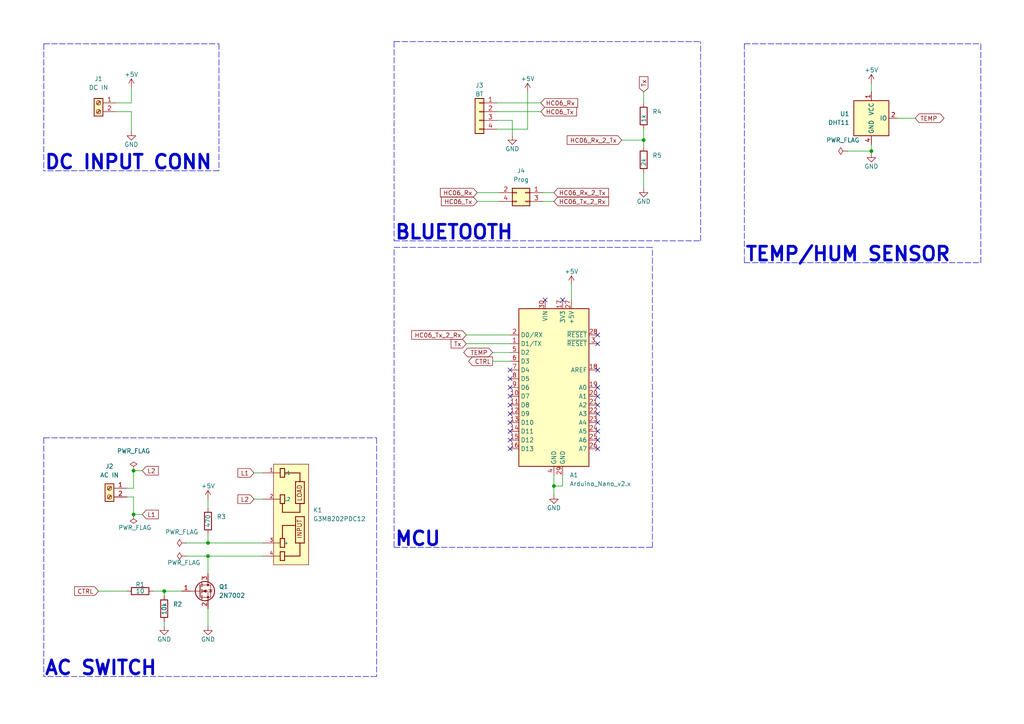
<source format=kicad_sch>
(kicad_sch (version 20211123) (generator eeschema)

  (uuid e63e39d7-6ac0-4ffd-8aa3-1841a4541b55)

  (paper "A4")

  (lib_symbols
    (symbol "Connector:Screw_Terminal_01x02" (pin_names (offset 1.016) hide) (in_bom yes) (on_board yes)
      (property "Reference" "J" (id 0) (at 0 2.54 0)
        (effects (font (size 1.27 1.27)))
      )
      (property "Value" "Screw_Terminal_01x02" (id 1) (at 0 -5.08 0)
        (effects (font (size 1.27 1.27)))
      )
      (property "Footprint" "" (id 2) (at 0 0 0)
        (effects (font (size 1.27 1.27)) hide)
      )
      (property "Datasheet" "~" (id 3) (at 0 0 0)
        (effects (font (size 1.27 1.27)) hide)
      )
      (property "ki_keywords" "screw terminal" (id 4) (at 0 0 0)
        (effects (font (size 1.27 1.27)) hide)
      )
      (property "ki_description" "Generic screw terminal, single row, 01x02, script generated (kicad-library-utils/schlib/autogen/connector/)" (id 5) (at 0 0 0)
        (effects (font (size 1.27 1.27)) hide)
      )
      (property "ki_fp_filters" "TerminalBlock*:*" (id 6) (at 0 0 0)
        (effects (font (size 1.27 1.27)) hide)
      )
      (symbol "Screw_Terminal_01x02_1_1"
        (rectangle (start -1.27 1.27) (end 1.27 -3.81)
          (stroke (width 0.254) (type default) (color 0 0 0 0))
          (fill (type background))
        )
        (circle (center 0 -2.54) (radius 0.635)
          (stroke (width 0.1524) (type default) (color 0 0 0 0))
          (fill (type none))
        )
        (polyline
          (pts
            (xy -0.5334 -2.2098)
            (xy 0.3302 -3.048)
          )
          (stroke (width 0.1524) (type default) (color 0 0 0 0))
          (fill (type none))
        )
        (polyline
          (pts
            (xy -0.5334 0.3302)
            (xy 0.3302 -0.508)
          )
          (stroke (width 0.1524) (type default) (color 0 0 0 0))
          (fill (type none))
        )
        (polyline
          (pts
            (xy -0.3556 -2.032)
            (xy 0.508 -2.8702)
          )
          (stroke (width 0.1524) (type default) (color 0 0 0 0))
          (fill (type none))
        )
        (polyline
          (pts
            (xy -0.3556 0.508)
            (xy 0.508 -0.3302)
          )
          (stroke (width 0.1524) (type default) (color 0 0 0 0))
          (fill (type none))
        )
        (circle (center 0 0) (radius 0.635)
          (stroke (width 0.1524) (type default) (color 0 0 0 0))
          (fill (type none))
        )
        (pin passive line (at -5.08 0 0) (length 3.81)
          (name "Pin_1" (effects (font (size 1.27 1.27))))
          (number "1" (effects (font (size 1.27 1.27))))
        )
        (pin passive line (at -5.08 -2.54 0) (length 3.81)
          (name "Pin_2" (effects (font (size 1.27 1.27))))
          (number "2" (effects (font (size 1.27 1.27))))
        )
      )
    )
    (symbol "Connector_Generic:Conn_01x04" (pin_names (offset 1.016) hide) (in_bom yes) (on_board yes)
      (property "Reference" "J" (id 0) (at 0 5.08 0)
        (effects (font (size 1.27 1.27)))
      )
      (property "Value" "Conn_01x04" (id 1) (at 0 -7.62 0)
        (effects (font (size 1.27 1.27)))
      )
      (property "Footprint" "" (id 2) (at 0 0 0)
        (effects (font (size 1.27 1.27)) hide)
      )
      (property "Datasheet" "~" (id 3) (at 0 0 0)
        (effects (font (size 1.27 1.27)) hide)
      )
      (property "ki_keywords" "connector" (id 4) (at 0 0 0)
        (effects (font (size 1.27 1.27)) hide)
      )
      (property "ki_description" "Generic connector, single row, 01x04, script generated (kicad-library-utils/schlib/autogen/connector/)" (id 5) (at 0 0 0)
        (effects (font (size 1.27 1.27)) hide)
      )
      (property "ki_fp_filters" "Connector*:*_1x??_*" (id 6) (at 0 0 0)
        (effects (font (size 1.27 1.27)) hide)
      )
      (symbol "Conn_01x04_1_1"
        (rectangle (start -1.27 -4.953) (end 0 -5.207)
          (stroke (width 0.1524) (type default) (color 0 0 0 0))
          (fill (type none))
        )
        (rectangle (start -1.27 -2.413) (end 0 -2.667)
          (stroke (width 0.1524) (type default) (color 0 0 0 0))
          (fill (type none))
        )
        (rectangle (start -1.27 0.127) (end 0 -0.127)
          (stroke (width 0.1524) (type default) (color 0 0 0 0))
          (fill (type none))
        )
        (rectangle (start -1.27 2.667) (end 0 2.413)
          (stroke (width 0.1524) (type default) (color 0 0 0 0))
          (fill (type none))
        )
        (rectangle (start -1.27 3.81) (end 1.27 -6.35)
          (stroke (width 0.254) (type default) (color 0 0 0 0))
          (fill (type background))
        )
        (pin passive line (at -5.08 2.54 0) (length 3.81)
          (name "Pin_1" (effects (font (size 1.27 1.27))))
          (number "1" (effects (font (size 1.27 1.27))))
        )
        (pin passive line (at -5.08 0 0) (length 3.81)
          (name "Pin_2" (effects (font (size 1.27 1.27))))
          (number "2" (effects (font (size 1.27 1.27))))
        )
        (pin passive line (at -5.08 -2.54 0) (length 3.81)
          (name "Pin_3" (effects (font (size 1.27 1.27))))
          (number "3" (effects (font (size 1.27 1.27))))
        )
        (pin passive line (at -5.08 -5.08 0) (length 3.81)
          (name "Pin_4" (effects (font (size 1.27 1.27))))
          (number "4" (effects (font (size 1.27 1.27))))
        )
      )
    )
    (symbol "Connector_Generic:Conn_02x02_Odd_Even" (pin_names (offset 1.016) hide) (in_bom yes) (on_board yes)
      (property "Reference" "J" (id 0) (at 1.27 2.54 0)
        (effects (font (size 1.27 1.27)))
      )
      (property "Value" "Conn_02x02_Odd_Even" (id 1) (at 1.27 -5.08 0)
        (effects (font (size 1.27 1.27)))
      )
      (property "Footprint" "" (id 2) (at 0 0 0)
        (effects (font (size 1.27 1.27)) hide)
      )
      (property "Datasheet" "~" (id 3) (at 0 0 0)
        (effects (font (size 1.27 1.27)) hide)
      )
      (property "ki_keywords" "connector" (id 4) (at 0 0 0)
        (effects (font (size 1.27 1.27)) hide)
      )
      (property "ki_description" "Generic connector, double row, 02x02, odd/even pin numbering scheme (row 1 odd numbers, row 2 even numbers), script generated (kicad-library-utils/schlib/autogen/connector/)" (id 5) (at 0 0 0)
        (effects (font (size 1.27 1.27)) hide)
      )
      (property "ki_fp_filters" "Connector*:*_2x??_*" (id 6) (at 0 0 0)
        (effects (font (size 1.27 1.27)) hide)
      )
      (symbol "Conn_02x02_Odd_Even_1_1"
        (rectangle (start -1.27 -2.413) (end 0 -2.667)
          (stroke (width 0.1524) (type default) (color 0 0 0 0))
          (fill (type none))
        )
        (rectangle (start -1.27 0.127) (end 0 -0.127)
          (stroke (width 0.1524) (type default) (color 0 0 0 0))
          (fill (type none))
        )
        (rectangle (start -1.27 1.27) (end 3.81 -3.81)
          (stroke (width 0.254) (type default) (color 0 0 0 0))
          (fill (type background))
        )
        (rectangle (start 3.81 -2.413) (end 2.54 -2.667)
          (stroke (width 0.1524) (type default) (color 0 0 0 0))
          (fill (type none))
        )
        (rectangle (start 3.81 0.127) (end 2.54 -0.127)
          (stroke (width 0.1524) (type default) (color 0 0 0 0))
          (fill (type none))
        )
        (pin passive line (at -5.08 0 0) (length 3.81)
          (name "Pin_1" (effects (font (size 1.27 1.27))))
          (number "1" (effects (font (size 1.27 1.27))))
        )
        (pin passive line (at 7.62 0 180) (length 3.81)
          (name "Pin_2" (effects (font (size 1.27 1.27))))
          (number "2" (effects (font (size 1.27 1.27))))
        )
        (pin passive line (at -5.08 -2.54 0) (length 3.81)
          (name "Pin_3" (effects (font (size 1.27 1.27))))
          (number "3" (effects (font (size 1.27 1.27))))
        )
        (pin passive line (at 7.62 -2.54 180) (length 3.81)
          (name "Pin_4" (effects (font (size 1.27 1.27))))
          (number "4" (effects (font (size 1.27 1.27))))
        )
      )
    )
    (symbol "Device:R" (pin_numbers hide) (pin_names (offset 0)) (in_bom yes) (on_board yes)
      (property "Reference" "R" (id 0) (at 2.032 0 90)
        (effects (font (size 1.27 1.27)))
      )
      (property "Value" "R" (id 1) (at 0 0 90)
        (effects (font (size 1.27 1.27)))
      )
      (property "Footprint" "" (id 2) (at -1.778 0 90)
        (effects (font (size 1.27 1.27)) hide)
      )
      (property "Datasheet" "~" (id 3) (at 0 0 0)
        (effects (font (size 1.27 1.27)) hide)
      )
      (property "ki_keywords" "R res resistor" (id 4) (at 0 0 0)
        (effects (font (size 1.27 1.27)) hide)
      )
      (property "ki_description" "Resistor" (id 5) (at 0 0 0)
        (effects (font (size 1.27 1.27)) hide)
      )
      (property "ki_fp_filters" "R_*" (id 6) (at 0 0 0)
        (effects (font (size 1.27 1.27)) hide)
      )
      (symbol "R_0_1"
        (rectangle (start -1.016 -2.54) (end 1.016 2.54)
          (stroke (width 0.254) (type default) (color 0 0 0 0))
          (fill (type none))
        )
      )
      (symbol "R_1_1"
        (pin passive line (at 0 3.81 270) (length 1.27)
          (name "~" (effects (font (size 1.27 1.27))))
          (number "1" (effects (font (size 1.27 1.27))))
        )
        (pin passive line (at 0 -3.81 90) (length 1.27)
          (name "~" (effects (font (size 1.27 1.27))))
          (number "2" (effects (font (size 1.27 1.27))))
        )
      )
    )
    (symbol "MCU_Module:Arduino_Nano_v2.x" (in_bom yes) (on_board yes)
      (property "Reference" "A" (id 0) (at -10.16 23.495 0)
        (effects (font (size 1.27 1.27)) (justify left bottom))
      )
      (property "Value" "Arduino_Nano_v2.x" (id 1) (at 5.08 -24.13 0)
        (effects (font (size 1.27 1.27)) (justify left top))
      )
      (property "Footprint" "Module:Arduino_Nano" (id 2) (at 0 0 0)
        (effects (font (size 1.27 1.27) italic) hide)
      )
      (property "Datasheet" "https://www.arduino.cc/en/uploads/Main/ArduinoNanoManual23.pdf" (id 3) (at 0 0 0)
        (effects (font (size 1.27 1.27)) hide)
      )
      (property "ki_keywords" "Arduino nano microcontroller module USB" (id 4) (at 0 0 0)
        (effects (font (size 1.27 1.27)) hide)
      )
      (property "ki_description" "Arduino Nano v2.x" (id 5) (at 0 0 0)
        (effects (font (size 1.27 1.27)) hide)
      )
      (property "ki_fp_filters" "Arduino*Nano*" (id 6) (at 0 0 0)
        (effects (font (size 1.27 1.27)) hide)
      )
      (symbol "Arduino_Nano_v2.x_0_1"
        (rectangle (start -10.16 22.86) (end 10.16 -22.86)
          (stroke (width 0.254) (type default) (color 0 0 0 0))
          (fill (type background))
        )
      )
      (symbol "Arduino_Nano_v2.x_1_1"
        (pin bidirectional line (at -12.7 12.7 0) (length 2.54)
          (name "D1/TX" (effects (font (size 1.27 1.27))))
          (number "1" (effects (font (size 1.27 1.27))))
        )
        (pin bidirectional line (at -12.7 -2.54 0) (length 2.54)
          (name "D7" (effects (font (size 1.27 1.27))))
          (number "10" (effects (font (size 1.27 1.27))))
        )
        (pin bidirectional line (at -12.7 -5.08 0) (length 2.54)
          (name "D8" (effects (font (size 1.27 1.27))))
          (number "11" (effects (font (size 1.27 1.27))))
        )
        (pin bidirectional line (at -12.7 -7.62 0) (length 2.54)
          (name "D9" (effects (font (size 1.27 1.27))))
          (number "12" (effects (font (size 1.27 1.27))))
        )
        (pin bidirectional line (at -12.7 -10.16 0) (length 2.54)
          (name "D10" (effects (font (size 1.27 1.27))))
          (number "13" (effects (font (size 1.27 1.27))))
        )
        (pin bidirectional line (at -12.7 -12.7 0) (length 2.54)
          (name "D11" (effects (font (size 1.27 1.27))))
          (number "14" (effects (font (size 1.27 1.27))))
        )
        (pin bidirectional line (at -12.7 -15.24 0) (length 2.54)
          (name "D12" (effects (font (size 1.27 1.27))))
          (number "15" (effects (font (size 1.27 1.27))))
        )
        (pin bidirectional line (at -12.7 -17.78 0) (length 2.54)
          (name "D13" (effects (font (size 1.27 1.27))))
          (number "16" (effects (font (size 1.27 1.27))))
        )
        (pin power_out line (at 2.54 25.4 270) (length 2.54)
          (name "3V3" (effects (font (size 1.27 1.27))))
          (number "17" (effects (font (size 1.27 1.27))))
        )
        (pin input line (at 12.7 5.08 180) (length 2.54)
          (name "AREF" (effects (font (size 1.27 1.27))))
          (number "18" (effects (font (size 1.27 1.27))))
        )
        (pin bidirectional line (at 12.7 0 180) (length 2.54)
          (name "A0" (effects (font (size 1.27 1.27))))
          (number "19" (effects (font (size 1.27 1.27))))
        )
        (pin bidirectional line (at -12.7 15.24 0) (length 2.54)
          (name "D0/RX" (effects (font (size 1.27 1.27))))
          (number "2" (effects (font (size 1.27 1.27))))
        )
        (pin bidirectional line (at 12.7 -2.54 180) (length 2.54)
          (name "A1" (effects (font (size 1.27 1.27))))
          (number "20" (effects (font (size 1.27 1.27))))
        )
        (pin bidirectional line (at 12.7 -5.08 180) (length 2.54)
          (name "A2" (effects (font (size 1.27 1.27))))
          (number "21" (effects (font (size 1.27 1.27))))
        )
        (pin bidirectional line (at 12.7 -7.62 180) (length 2.54)
          (name "A3" (effects (font (size 1.27 1.27))))
          (number "22" (effects (font (size 1.27 1.27))))
        )
        (pin bidirectional line (at 12.7 -10.16 180) (length 2.54)
          (name "A4" (effects (font (size 1.27 1.27))))
          (number "23" (effects (font (size 1.27 1.27))))
        )
        (pin bidirectional line (at 12.7 -12.7 180) (length 2.54)
          (name "A5" (effects (font (size 1.27 1.27))))
          (number "24" (effects (font (size 1.27 1.27))))
        )
        (pin bidirectional line (at 12.7 -15.24 180) (length 2.54)
          (name "A6" (effects (font (size 1.27 1.27))))
          (number "25" (effects (font (size 1.27 1.27))))
        )
        (pin bidirectional line (at 12.7 -17.78 180) (length 2.54)
          (name "A7" (effects (font (size 1.27 1.27))))
          (number "26" (effects (font (size 1.27 1.27))))
        )
        (pin power_out line (at 5.08 25.4 270) (length 2.54)
          (name "+5V" (effects (font (size 1.27 1.27))))
          (number "27" (effects (font (size 1.27 1.27))))
        )
        (pin input line (at 12.7 15.24 180) (length 2.54)
          (name "~{RESET}" (effects (font (size 1.27 1.27))))
          (number "28" (effects (font (size 1.27 1.27))))
        )
        (pin power_in line (at 2.54 -25.4 90) (length 2.54)
          (name "GND" (effects (font (size 1.27 1.27))))
          (number "29" (effects (font (size 1.27 1.27))))
        )
        (pin input line (at 12.7 12.7 180) (length 2.54)
          (name "~{RESET}" (effects (font (size 1.27 1.27))))
          (number "3" (effects (font (size 1.27 1.27))))
        )
        (pin power_in line (at -2.54 25.4 270) (length 2.54)
          (name "VIN" (effects (font (size 1.27 1.27))))
          (number "30" (effects (font (size 1.27 1.27))))
        )
        (pin power_in line (at 0 -25.4 90) (length 2.54)
          (name "GND" (effects (font (size 1.27 1.27))))
          (number "4" (effects (font (size 1.27 1.27))))
        )
        (pin bidirectional line (at -12.7 10.16 0) (length 2.54)
          (name "D2" (effects (font (size 1.27 1.27))))
          (number "5" (effects (font (size 1.27 1.27))))
        )
        (pin bidirectional line (at -12.7 7.62 0) (length 2.54)
          (name "D3" (effects (font (size 1.27 1.27))))
          (number "6" (effects (font (size 1.27 1.27))))
        )
        (pin bidirectional line (at -12.7 5.08 0) (length 2.54)
          (name "D4" (effects (font (size 1.27 1.27))))
          (number "7" (effects (font (size 1.27 1.27))))
        )
        (pin bidirectional line (at -12.7 2.54 0) (length 2.54)
          (name "D5" (effects (font (size 1.27 1.27))))
          (number "8" (effects (font (size 1.27 1.27))))
        )
        (pin bidirectional line (at -12.7 0 0) (length 2.54)
          (name "D6" (effects (font (size 1.27 1.27))))
          (number "9" (effects (font (size 1.27 1.27))))
        )
      )
    )
    (symbol "MOSFETs:2N7002" (pin_names hide) (in_bom yes) (on_board yes)
      (property "Reference" "Q" (id 0) (at 5.08 1.905 0)
        (effects (font (size 1.27 1.27)) (justify left))
      )
      (property "Value" "2N7002" (id 1) (at 5.08 0 0)
        (effects (font (size 1.27 1.27)) (justify left))
      )
      (property "Footprint" "Package_TO_SOT_SMD:SOT-23" (id 2) (at 5.08 -1.905 0)
        (effects (font (size 1.27 1.27) italic) (justify left) hide)
      )
      (property "Datasheet" "https://www.onsemi.com/pub/Collateral/NDS7002A-D.PDF" (id 3) (at 0 0 0)
        (effects (font (size 1.27 1.27)) (justify left) hide)
      )
      (property "JLCPCB Part #" "C8545" (id 4) (at 0 0 0)
        (effects (font (size 1.27 1.27)) hide)
      )
      (property "MFR.Part #" "2N7002" (id 5) (at 0 0 0)
        (effects (font (size 1.27 1.27)) hide)
      )
      (property "Assembled" "Y" (id 6) (at 0 0 0)
        (effects (font (size 1.27 1.27)) hide)
      )
      (property "Unit_cost" "0.0246" (id 7) (at 0 0 0)
        (effects (font (size 1.27 1.27)) hide)
      )
      (property "Basic_Part" "Y" (id 8) (at 0 0 0)
        (effects (font (size 1.27 1.27)) hide)
      )
      (property "Description" "60V 115mA 200mW 7.5Ω@10V,500mA 2.5V@250μA N Channel SOT-23(SOT-23-3) MOSFETs ROHS" (id 9) (at 0 0 0)
        (effects (font (size 1.27 1.27)) hide)
      )
      (property "ki_keywords" "N-Channel Switching MOSFET" (id 10) (at 0 0 0)
        (effects (font (size 1.27 1.27)) hide)
      )
      (property "ki_description" "0.115A Id, 60V Vds, N-Channel MOSFET, SOT-23" (id 11) (at 0 0 0)
        (effects (font (size 1.27 1.27)) hide)
      )
      (property "ki_fp_filters" "SOT?23*" (id 12) (at 0 0 0)
        (effects (font (size 1.27 1.27)) hide)
      )
      (symbol "2N7002_0_1"
        (polyline
          (pts
            (xy 0.254 0)
            (xy -2.54 0)
          )
          (stroke (width 0) (type default) (color 0 0 0 0))
          (fill (type none))
        )
        (polyline
          (pts
            (xy 0.254 1.905)
            (xy 0.254 -1.905)
          )
          (stroke (width 0.254) (type default) (color 0 0 0 0))
          (fill (type none))
        )
        (polyline
          (pts
            (xy 0.762 -1.27)
            (xy 0.762 -2.286)
          )
          (stroke (width 0.254) (type default) (color 0 0 0 0))
          (fill (type none))
        )
        (polyline
          (pts
            (xy 0.762 0.508)
            (xy 0.762 -0.508)
          )
          (stroke (width 0.254) (type default) (color 0 0 0 0))
          (fill (type none))
        )
        (polyline
          (pts
            (xy 0.762 2.286)
            (xy 0.762 1.27)
          )
          (stroke (width 0.254) (type default) (color 0 0 0 0))
          (fill (type none))
        )
        (polyline
          (pts
            (xy 2.54 2.54)
            (xy 2.54 1.778)
          )
          (stroke (width 0) (type default) (color 0 0 0 0))
          (fill (type none))
        )
        (polyline
          (pts
            (xy 2.54 -2.54)
            (xy 2.54 0)
            (xy 0.762 0)
          )
          (stroke (width 0) (type default) (color 0 0 0 0))
          (fill (type none))
        )
        (polyline
          (pts
            (xy 0.762 -1.778)
            (xy 3.302 -1.778)
            (xy 3.302 1.778)
            (xy 0.762 1.778)
          )
          (stroke (width 0) (type default) (color 0 0 0 0))
          (fill (type none))
        )
        (polyline
          (pts
            (xy 1.016 0)
            (xy 2.032 0.381)
            (xy 2.032 -0.381)
            (xy 1.016 0)
          )
          (stroke (width 0) (type default) (color 0 0 0 0))
          (fill (type outline))
        )
        (polyline
          (pts
            (xy 2.794 0.508)
            (xy 2.921 0.381)
            (xy 3.683 0.381)
            (xy 3.81 0.254)
          )
          (stroke (width 0) (type default) (color 0 0 0 0))
          (fill (type none))
        )
        (polyline
          (pts
            (xy 3.302 0.381)
            (xy 2.921 -0.254)
            (xy 3.683 -0.254)
            (xy 3.302 0.381)
          )
          (stroke (width 0) (type default) (color 0 0 0 0))
          (fill (type none))
        )
        (circle (center 1.651 0) (radius 2.794)
          (stroke (width 0.254) (type default) (color 0 0 0 0))
          (fill (type none))
        )
        (circle (center 2.54 -1.778) (radius 0.254)
          (stroke (width 0) (type default) (color 0 0 0 0))
          (fill (type outline))
        )
        (circle (center 2.54 1.778) (radius 0.254)
          (stroke (width 0) (type default) (color 0 0 0 0))
          (fill (type outline))
        )
      )
      (symbol "2N7002_1_1"
        (pin input line (at -5.08 0 0) (length 2.54)
          (name "G" (effects (font (size 1.27 1.27))))
          (number "1" (effects (font (size 1.27 1.27))))
        )
        (pin passive line (at 2.54 -5.08 90) (length 2.54)
          (name "S" (effects (font (size 1.27 1.27))))
          (number "2" (effects (font (size 1.27 1.27))))
        )
        (pin passive line (at 2.54 5.08 270) (length 2.54)
          (name "D" (effects (font (size 1.27 1.27))))
          (number "3" (effects (font (size 1.27 1.27))))
        )
      )
    )
    (symbol "Sensor:DHT11" (in_bom yes) (on_board yes)
      (property "Reference" "U" (id 0) (at -3.81 6.35 0)
        (effects (font (size 1.27 1.27)))
      )
      (property "Value" "DHT11" (id 1) (at 3.81 6.35 0)
        (effects (font (size 1.27 1.27)))
      )
      (property "Footprint" "Sensor:Aosong_DHT11_5.5x12.0_P2.54mm" (id 2) (at 0 -10.16 0)
        (effects (font (size 1.27 1.27)) hide)
      )
      (property "Datasheet" "http://akizukidenshi.com/download/ds/aosong/DHT11.pdf" (id 3) (at 3.81 6.35 0)
        (effects (font (size 1.27 1.27)) hide)
      )
      (property "ki_keywords" "Digital temperature humidity sensor" (id 4) (at 0 0 0)
        (effects (font (size 1.27 1.27)) hide)
      )
      (property "ki_description" "Temperature and humidity module" (id 5) (at 0 0 0)
        (effects (font (size 1.27 1.27)) hide)
      )
      (property "ki_fp_filters" "Aosong*DHT11*5.5x12.0*P2.54mm*" (id 6) (at 0 0 0)
        (effects (font (size 1.27 1.27)) hide)
      )
      (symbol "DHT11_0_1"
        (rectangle (start -5.08 5.08) (end 5.08 -5.08)
          (stroke (width 0.254) (type default) (color 0 0 0 0))
          (fill (type background))
        )
      )
      (symbol "DHT11_1_1"
        (pin power_in line (at 0 7.62 270) (length 2.54)
          (name "VCC" (effects (font (size 1.27 1.27))))
          (number "1" (effects (font (size 1.27 1.27))))
        )
        (pin bidirectional line (at 7.62 0 180) (length 2.54)
          (name "IO" (effects (font (size 1.27 1.27))))
          (number "2" (effects (font (size 1.27 1.27))))
        )
        (pin no_connect line (at -5.08 0 0) (length 2.54) hide
          (name "NC" (effects (font (size 1.27 1.27))))
          (number "3" (effects (font (size 1.27 1.27))))
        )
        (pin power_in line (at 0 -7.62 90) (length 2.54)
          (name "GND" (effects (font (size 1.27 1.27))))
          (number "4" (effects (font (size 1.27 1.27))))
        )
      )
    )
    (symbol "g3mb-202p:G3MB202PDC12" (pin_names (offset 1.016)) (in_bom yes) (on_board yes)
      (property "Reference" "K" (id 0) (at -4.4704 5.715 0)
        (effects (font (size 1.27 1.27)) (justify left bottom))
      )
      (property "Value" "G3MB202PDC12" (id 1) (at -4.4704 -7.0104 0)
        (effects (font (size 1.27 1.27)) (justify left bottom))
      )
      (property "Footprint" "RELAY_G3MB202PDC12" (id 2) (at 0 0 0)
        (effects (font (size 1.27 1.27)) (justify left bottom) hide)
      )
      (property "Datasheet" "" (id 3) (at 0 0 0)
        (effects (font (size 1.27 1.27)) (justify left bottom) hide)
      )
      (property "STANDARD" "Manufacturer Recommendation" (id 4) (at 0 0 0)
        (effects (font (size 1.27 1.27)) (justify left bottom) hide)
      )
      (property "PARTREV" "N/A" (id 5) (at 0 0 0)
        (effects (font (size 1.27 1.27)) (justify left bottom) hide)
      )
      (property "MANUFACTURER" "Omron" (id 6) (at 0 0 0)
        (effects (font (size 1.27 1.27)) (justify left bottom) hide)
      )
      (property "ki_locked" "" (id 7) (at 0 0 0)
        (effects (font (size 1.27 1.27)))
      )
      (symbol "G3MB202PDC12_0_0"
        (rectangle (start -15.24 -5.08) (end 13.97 5.08)
          (stroke (width 0.1524) (type default) (color 0 0 0 0))
          (fill (type background))
        )
        (polyline
          (pts
            (xy -13.97 1.905)
            (xy -13.97 3.175)
          )
          (stroke (width 0.254) (type default) (color 0 0 0 0))
          (fill (type none))
        )
        (polyline
          (pts
            (xy -13.97 3.175)
            (xy -11.43 3.175)
          )
          (stroke (width 0.254) (type default) (color 0 0 0 0))
          (fill (type none))
        )
        (polyline
          (pts
            (xy -12.7 1.905)
            (xy -13.97 1.905)
          )
          (stroke (width 0.254) (type default) (color 0 0 0 0))
          (fill (type none))
        )
        (polyline
          (pts
            (xy -12.7 1.905)
            (xy -12.7 -2.54)
          )
          (stroke (width 0.254) (type default) (color 0 0 0 0))
          (fill (type none))
        )
        (polyline
          (pts
            (xy -11.43 1.905)
            (xy -12.7 1.905)
          )
          (stroke (width 0.254) (type default) (color 0 0 0 0))
          (fill (type none))
        )
        (polyline
          (pts
            (xy -11.43 3.175)
            (xy -11.43 1.905)
          )
          (stroke (width 0.254) (type default) (color 0 0 0 0))
          (fill (type none))
        )
        (polyline
          (pts
            (xy -10.16 1.905)
            (xy -10.16 3.175)
          )
          (stroke (width 0.254) (type default) (color 0 0 0 0))
          (fill (type none))
        )
        (polyline
          (pts
            (xy -10.16 3.175)
            (xy -7.62 3.175)
          )
          (stroke (width 0.254) (type default) (color 0 0 0 0))
          (fill (type none))
        )
        (polyline
          (pts
            (xy -8.89 -3.81)
            (xy -8.89 -2.54)
          )
          (stroke (width 0.254) (type default) (color 0 0 0 0))
          (fill (type none))
        )
        (polyline
          (pts
            (xy -8.89 -2.54)
            (xy -12.7 -2.54)
          )
          (stroke (width 0.254) (type default) (color 0 0 0 0))
          (fill (type none))
        )
        (polyline
          (pts
            (xy -8.89 -2.54)
            (xy -8.89 -1.27)
          )
          (stroke (width 0.254) (type default) (color 0 0 0 0))
          (fill (type none))
        )
        (polyline
          (pts
            (xy -8.89 -1.27)
            (xy -3.81 -1.27)
          )
          (stroke (width 0.254) (type default) (color 0 0 0 0))
          (fill (type none))
        )
        (polyline
          (pts
            (xy -7.62 1.905)
            (xy -10.16 1.905)
          )
          (stroke (width 0.254) (type default) (color 0 0 0 0))
          (fill (type none))
        )
        (polyline
          (pts
            (xy -7.62 3.175)
            (xy -7.62 1.905)
          )
          (stroke (width 0.254) (type default) (color 0 0 0 0))
          (fill (type none))
        )
        (polyline
          (pts
            (xy -3.81 -1.27)
            (xy -3.81 2.54)
          )
          (stroke (width 0.254) (type default) (color 0 0 0 0))
          (fill (type none))
        )
        (polyline
          (pts
            (xy -3.81 -1.27)
            (xy -1.27 -1.27)
          )
          (stroke (width 0.254) (type default) (color 0 0 0 0))
          (fill (type none))
        )
        (polyline
          (pts
            (xy -3.81 2.54)
            (xy -7.62 2.54)
          )
          (stroke (width 0.254) (type default) (color 0 0 0 0))
          (fill (type none))
        )
        (polyline
          (pts
            (xy -1.27 -3.81)
            (xy -8.89 -3.81)
          )
          (stroke (width 0.254) (type default) (color 0 0 0 0))
          (fill (type none))
        )
        (polyline
          (pts
            (xy -1.27 -1.27)
            (xy -1.27 -3.81)
          )
          (stroke (width 0.254) (type default) (color 0 0 0 0))
          (fill (type none))
        )
        (polyline
          (pts
            (xy 0 -2.54)
            (xy 0 2.54)
          )
          (stroke (width 0.254) (type default) (color 0 0 0 0))
          (fill (type none))
        )
        (polyline
          (pts
            (xy 0 2.54)
            (xy 2.54 2.54)
          )
          (stroke (width 0.254) (type default) (color 0 0 0 0))
          (fill (type none))
        )
        (polyline
          (pts
            (xy 2.54 -3.81)
            (xy 8.89 -3.81)
          )
          (stroke (width 0.254) (type default) (color 0 0 0 0))
          (fill (type none))
        )
        (polyline
          (pts
            (xy 2.54 -2.54)
            (xy 0 -2.54)
          )
          (stroke (width 0.254) (type default) (color 0 0 0 0))
          (fill (type none))
        )
        (polyline
          (pts
            (xy 2.54 -2.54)
            (xy 2.54 -3.81)
          )
          (stroke (width 0.254) (type default) (color 0 0 0 0))
          (fill (type none))
        )
        (polyline
          (pts
            (xy 2.54 -1.27)
            (xy 2.54 -2.54)
          )
          (stroke (width 0.254) (type default) (color 0 0 0 0))
          (fill (type none))
        )
        (polyline
          (pts
            (xy 2.54 1.905)
            (xy 5.08 1.905)
          )
          (stroke (width 0.254) (type default) (color 0 0 0 0))
          (fill (type none))
        )
        (polyline
          (pts
            (xy 2.54 3.175)
            (xy 2.54 1.905)
          )
          (stroke (width 0.254) (type default) (color 0 0 0 0))
          (fill (type none))
        )
        (polyline
          (pts
            (xy 5.08 1.905)
            (xy 5.08 3.175)
          )
          (stroke (width 0.254) (type default) (color 0 0 0 0))
          (fill (type none))
        )
        (polyline
          (pts
            (xy 5.08 3.175)
            (xy 2.54 3.175)
          )
          (stroke (width 0.254) (type default) (color 0 0 0 0))
          (fill (type none))
        )
        (polyline
          (pts
            (xy 8.89 -3.81)
            (xy 8.89 -2.54)
          )
          (stroke (width 0.254) (type default) (color 0 0 0 0))
          (fill (type none))
        )
        (polyline
          (pts
            (xy 8.89 -2.54)
            (xy 8.89 -1.27)
          )
          (stroke (width 0.254) (type default) (color 0 0 0 0))
          (fill (type none))
        )
        (polyline
          (pts
            (xy 8.89 -2.54)
            (xy 11.43 -2.54)
          )
          (stroke (width 0.254) (type default) (color 0 0 0 0))
          (fill (type none))
        )
        (polyline
          (pts
            (xy 8.89 -1.27)
            (xy 2.54 -1.27)
          )
          (stroke (width 0.254) (type default) (color 0 0 0 0))
          (fill (type none))
        )
        (polyline
          (pts
            (xy 10.16 1.905)
            (xy 11.43 1.905)
          )
          (stroke (width 0.254) (type default) (color 0 0 0 0))
          (fill (type none))
        )
        (polyline
          (pts
            (xy 10.16 3.175)
            (xy 10.16 1.905)
          )
          (stroke (width 0.254) (type default) (color 0 0 0 0))
          (fill (type none))
        )
        (polyline
          (pts
            (xy 11.43 1.905)
            (xy 11.43 -2.54)
          )
          (stroke (width 0.254) (type default) (color 0 0 0 0))
          (fill (type none))
        )
        (polyline
          (pts
            (xy 11.43 1.905)
            (xy 12.7 1.905)
          )
          (stroke (width 0.254) (type default) (color 0 0 0 0))
          (fill (type none))
        )
        (polyline
          (pts
            (xy 12.7 1.905)
            (xy 12.7 3.175)
          )
          (stroke (width 0.254) (type default) (color 0 0 0 0))
          (fill (type none))
        )
        (polyline
          (pts
            (xy 12.7 3.175)
            (xy 10.16 3.175)
          )
          (stroke (width 0.254) (type default) (color 0 0 0 0))
          (fill (type none))
        )
        (text "INPUT" (at -7.6708 -3.175 0)
          (effects (font (size 1.27 1.27)) (justify left bottom))
        )
        (text "LOAD" (at 3.175 -3.175 0)
          (effects (font (size 1.27 1.27)) (justify left bottom))
        )
        (pin power_in line (at 11.43 8.255 270) (length 5.08)
          (name "L1" (effects (font (size 1.016 1.016))))
          (number "1" (effects (font (size 1.016 1.016))))
        )
        (pin power_in line (at 3.81 8.255 270) (length 5.08)
          (name "L2" (effects (font (size 1.016 1.016))))
          (number "2" (effects (font (size 1.016 1.016))))
        )
        (pin power_in line (at -8.89 8.255 270) (length 5.08)
          (name "+" (effects (font (size 1.016 1.016))))
          (number "3" (effects (font (size 1.016 1.016))))
        )
        (pin power_in line (at -12.7 8.255 270) (length 5.08)
          (name "-" (effects (font (size 1.016 1.016))))
          (number "4" (effects (font (size 1.016 1.016))))
        )
      )
    )
    (symbol "power:+5V" (power) (pin_names (offset 0)) (in_bom yes) (on_board yes)
      (property "Reference" "#PWR" (id 0) (at 0 -3.81 0)
        (effects (font (size 1.27 1.27)) hide)
      )
      (property "Value" "+5V" (id 1) (at 0 3.556 0)
        (effects (font (size 1.27 1.27)))
      )
      (property "Footprint" "" (id 2) (at 0 0 0)
        (effects (font (size 1.27 1.27)) hide)
      )
      (property "Datasheet" "" (id 3) (at 0 0 0)
        (effects (font (size 1.27 1.27)) hide)
      )
      (property "ki_keywords" "power-flag" (id 4) (at 0 0 0)
        (effects (font (size 1.27 1.27)) hide)
      )
      (property "ki_description" "Power symbol creates a global label with name \"+5V\"" (id 5) (at 0 0 0)
        (effects (font (size 1.27 1.27)) hide)
      )
      (symbol "+5V_0_1"
        (polyline
          (pts
            (xy -0.762 1.27)
            (xy 0 2.54)
          )
          (stroke (width 0) (type default) (color 0 0 0 0))
          (fill (type none))
        )
        (polyline
          (pts
            (xy 0 0)
            (xy 0 2.54)
          )
          (stroke (width 0) (type default) (color 0 0 0 0))
          (fill (type none))
        )
        (polyline
          (pts
            (xy 0 2.54)
            (xy 0.762 1.27)
          )
          (stroke (width 0) (type default) (color 0 0 0 0))
          (fill (type none))
        )
      )
      (symbol "+5V_1_1"
        (pin power_in line (at 0 0 90) (length 0) hide
          (name "+5V" (effects (font (size 1.27 1.27))))
          (number "1" (effects (font (size 1.27 1.27))))
        )
      )
    )
    (symbol "power:GND" (power) (pin_names (offset 0)) (in_bom yes) (on_board yes)
      (property "Reference" "#PWR" (id 0) (at 0 -6.35 0)
        (effects (font (size 1.27 1.27)) hide)
      )
      (property "Value" "GND" (id 1) (at 0 -3.81 0)
        (effects (font (size 1.27 1.27)))
      )
      (property "Footprint" "" (id 2) (at 0 0 0)
        (effects (font (size 1.27 1.27)) hide)
      )
      (property "Datasheet" "" (id 3) (at 0 0 0)
        (effects (font (size 1.27 1.27)) hide)
      )
      (property "ki_keywords" "power-flag" (id 4) (at 0 0 0)
        (effects (font (size 1.27 1.27)) hide)
      )
      (property "ki_description" "Power symbol creates a global label with name \"GND\" , ground" (id 5) (at 0 0 0)
        (effects (font (size 1.27 1.27)) hide)
      )
      (symbol "GND_0_1"
        (polyline
          (pts
            (xy 0 0)
            (xy 0 -1.27)
            (xy 1.27 -1.27)
            (xy 0 -2.54)
            (xy -1.27 -1.27)
            (xy 0 -1.27)
          )
          (stroke (width 0) (type default) (color 0 0 0 0))
          (fill (type none))
        )
      )
      (symbol "GND_1_1"
        (pin power_in line (at 0 0 270) (length 0) hide
          (name "GND" (effects (font (size 1.27 1.27))))
          (number "1" (effects (font (size 1.27 1.27))))
        )
      )
    )
    (symbol "power:PWR_FLAG" (power) (pin_numbers hide) (pin_names (offset 0) hide) (in_bom yes) (on_board yes)
      (property "Reference" "#FLG" (id 0) (at 0 1.905 0)
        (effects (font (size 1.27 1.27)) hide)
      )
      (property "Value" "PWR_FLAG" (id 1) (at 0 3.81 0)
        (effects (font (size 1.27 1.27)))
      )
      (property "Footprint" "" (id 2) (at 0 0 0)
        (effects (font (size 1.27 1.27)) hide)
      )
      (property "Datasheet" "~" (id 3) (at 0 0 0)
        (effects (font (size 1.27 1.27)) hide)
      )
      (property "ki_keywords" "power-flag" (id 4) (at 0 0 0)
        (effects (font (size 1.27 1.27)) hide)
      )
      (property "ki_description" "Special symbol for telling ERC where power comes from" (id 5) (at 0 0 0)
        (effects (font (size 1.27 1.27)) hide)
      )
      (symbol "PWR_FLAG_0_0"
        (pin power_out line (at 0 0 90) (length 0)
          (name "pwr" (effects (font (size 1.27 1.27))))
          (number "1" (effects (font (size 1.27 1.27))))
        )
      )
      (symbol "PWR_FLAG_0_1"
        (polyline
          (pts
            (xy 0 0)
            (xy 0 1.27)
            (xy -1.016 1.905)
            (xy 0 2.54)
            (xy 1.016 1.905)
            (xy 0 1.27)
          )
          (stroke (width 0) (type default) (color 0 0 0 0))
          (fill (type none))
        )
      )
    )
  )

  (junction (at 160.655 140.97) (diameter 0) (color 0 0 0 0)
    (uuid 0a52099a-10c7-4b7d-9bca-e3f4b94740c5)
  )
  (junction (at 60.325 157.48) (diameter 0) (color 0 0 0 0)
    (uuid 5441950f-5174-4ed2-872b-3f45af81c714)
  )
  (junction (at 38.735 149.225) (diameter 0) (color 0 0 0 0)
    (uuid 997ee89e-f8dc-4631-9c13-95d63f52cb25)
  )
  (junction (at 186.69 40.64) (diameter 0) (color 0 0 0 0)
    (uuid bc147b31-17e3-4f37-b4d8-1553505c876c)
  )
  (junction (at 60.325 161.29) (diameter 0) (color 0 0 0 0)
    (uuid ec0ce646-05d8-4262-9657-410dd2e20139)
  )
  (junction (at 47.625 171.45) (diameter 0) (color 0 0 0 0)
    (uuid ecd6d10f-83d7-49ac-a493-50b3dd9a53cc)
  )
  (junction (at 252.73 43.815) (diameter 0) (color 0 0 0 0)
    (uuid fa26564f-649c-4360-a510-eac91a6f828b)
  )
  (junction (at 38.735 136.525) (diameter 0) (color 0 0 0 0)
    (uuid fbed80b1-027c-4537-a82c-ef76985a210a)
  )

  (no_connect (at 173.355 130.175) (uuid 3c0ba1db-bd1b-4aef-8d74-7186055f3568))
  (no_connect (at 147.955 130.175) (uuid 3c0ba1db-bd1b-4aef-8d74-7186055f3568))
  (no_connect (at 147.955 127.635) (uuid 3c0ba1db-bd1b-4aef-8d74-7186055f3568))
  (no_connect (at 147.955 125.095) (uuid 3c0ba1db-bd1b-4aef-8d74-7186055f3568))
  (no_connect (at 147.955 122.555) (uuid 3c0ba1db-bd1b-4aef-8d74-7186055f3568))
  (no_connect (at 147.955 120.015) (uuid 3c0ba1db-bd1b-4aef-8d74-7186055f3568))
  (no_connect (at 147.955 117.475) (uuid 3c0ba1db-bd1b-4aef-8d74-7186055f3568))
  (no_connect (at 147.955 114.935) (uuid 3c0ba1db-bd1b-4aef-8d74-7186055f3568))
  (no_connect (at 147.955 112.395) (uuid 3c0ba1db-bd1b-4aef-8d74-7186055f3568))
  (no_connect (at 147.955 109.855) (uuid 3c0ba1db-bd1b-4aef-8d74-7186055f3568))
  (no_connect (at 147.955 107.315) (uuid 3c0ba1db-bd1b-4aef-8d74-7186055f3568))
  (no_connect (at 173.355 99.695) (uuid 88b3fb20-fb0c-4353-b414-1eebbb5a1b35))
  (no_connect (at 173.355 97.155) (uuid 88b3fb20-fb0c-4353-b414-1eebbb5a1b35))
  (no_connect (at 173.355 107.315) (uuid 88b3fb20-fb0c-4353-b414-1eebbb5a1b35))
  (no_connect (at 173.355 112.395) (uuid 88b3fb20-fb0c-4353-b414-1eebbb5a1b35))
  (no_connect (at 173.355 114.935) (uuid 88b3fb20-fb0c-4353-b414-1eebbb5a1b35))
  (no_connect (at 173.355 117.475) (uuid 88b3fb20-fb0c-4353-b414-1eebbb5a1b35))
  (no_connect (at 173.355 125.095) (uuid e9ade4da-d6d0-4cff-9a78-03aa3592e3ca))
  (no_connect (at 173.355 127.635) (uuid e9ade4da-d6d0-4cff-9a78-03aa3592e3ca))
  (no_connect (at 173.355 120.015) (uuid e9ade4da-d6d0-4cff-9a78-03aa3592e3ca))
  (no_connect (at 173.355 122.555) (uuid e9ade4da-d6d0-4cff-9a78-03aa3592e3ca))
  (no_connect (at 163.195 86.995) (uuid ea13237a-761d-4212-96a0-9c70032acb40))
  (no_connect (at 158.115 86.995) (uuid ea13237a-761d-4212-96a0-9c70032acb40))

  (wire (pts (xy 28.575 171.45) (xy 36.83 171.45))
    (stroke (width 0) (type default) (color 0 0 0 0))
    (uuid 07962722-3923-4220-920d-f50a76f12345)
  )
  (polyline (pts (xy 215.9 12.7) (xy 284.48 12.7))
    (stroke (width 0) (type default) (color 0 0 0 0))
    (uuid 0fa4f723-defb-46ec-b607-42b19f0b3661)
  )
  (polyline (pts (xy 215.9 76.2) (xy 284.48 76.2))
    (stroke (width 0) (type default) (color 0 0 0 0))
    (uuid 10c24a44-1e9d-426f-8f08-a032fb85b2b4)
  )

  (wire (pts (xy 44.45 171.45) (xy 47.625 171.45))
    (stroke (width 0) (type default) (color 0 0 0 0))
    (uuid 11638188-dd11-40c3-9b09-e9610c8aa5f2)
  )
  (wire (pts (xy 38.1 32.385) (xy 38.1 38.1))
    (stroke (width 0) (type default) (color 0 0 0 0))
    (uuid 1e2fed30-4718-47cc-a5ab-5336b55b5155)
  )
  (wire (pts (xy 76.2 157.48) (xy 60.325 157.48))
    (stroke (width 0) (type default) (color 0 0 0 0))
    (uuid 22781b99-07e0-48bc-82ff-9e76a612c481)
  )
  (wire (pts (xy 144.145 34.925) (xy 148.59 34.925))
    (stroke (width 0) (type default) (color 0 0 0 0))
    (uuid 241733f2-0c0d-4343-a246-46e578080a7c)
  )
  (wire (pts (xy 47.625 171.45) (xy 47.625 172.72))
    (stroke (width 0) (type default) (color 0 0 0 0))
    (uuid 2680f8a0-b5db-4faf-bd3d-91d02b2b42af)
  )
  (wire (pts (xy 144.145 29.845) (xy 156.845 29.845))
    (stroke (width 0) (type default) (color 0 0 0 0))
    (uuid 30d97cb4-4b96-4b3c-9735-2c6aeb4ee4b7)
  )
  (wire (pts (xy 160.655 137.795) (xy 160.655 140.97))
    (stroke (width 0) (type default) (color 0 0 0 0))
    (uuid 331f94ea-13bf-4d1a-b045-374f6a0fa745)
  )
  (polyline (pts (xy 109.22 196.215) (xy 12.7 196.215))
    (stroke (width 0) (type default) (color 0 0 0 0))
    (uuid 36bbf8a3-2668-43df-9035-7adbba7649eb)
  )

  (wire (pts (xy 76.2 137.16) (xy 73.66 137.16))
    (stroke (width 0) (type default) (color 0 0 0 0))
    (uuid 3c9e2a75-90df-42f5-a1a4-37fe2e7bb528)
  )
  (wire (pts (xy 144.78 58.42) (xy 138.43 58.42))
    (stroke (width 0) (type default) (color 0 0 0 0))
    (uuid 411f984e-dc74-4ea8-821f-a20edea657bb)
  )
  (wire (pts (xy 148.59 34.925) (xy 148.59 39.37))
    (stroke (width 0) (type default) (color 0 0 0 0))
    (uuid 457a6ad9-a823-4561-80b9-e1cd7bc86be4)
  )
  (wire (pts (xy 53.975 161.29) (xy 60.325 161.29))
    (stroke (width 0) (type default) (color 0 0 0 0))
    (uuid 45c541a6-78cd-423a-be21-95b746e83ab8)
  )
  (polyline (pts (xy 114.3 158.75) (xy 189.23 158.75))
    (stroke (width 0) (type default) (color 0 0 0 0))
    (uuid 482e5a4c-64a6-4fb3-a058-5c68e729fcfa)
  )

  (wire (pts (xy 144.145 37.465) (xy 153.035 37.465))
    (stroke (width 0) (type default) (color 0 0 0 0))
    (uuid 4dec45cd-e3a9-4b82-952d-10acdc52c20a)
  )
  (wire (pts (xy 252.73 41.91) (xy 252.73 43.815))
    (stroke (width 0) (type default) (color 0 0 0 0))
    (uuid 50a38821-8f4f-49eb-b0a4-397565a0d014)
  )
  (wire (pts (xy 157.48 55.88) (xy 160.655 55.88))
    (stroke (width 0) (type default) (color 0 0 0 0))
    (uuid 56c349d6-f2dc-45ea-b6e5-2dd42709607e)
  )
  (polyline (pts (xy 215.9 12.7) (xy 215.9 76.2))
    (stroke (width 0) (type default) (color 0 0 0 0))
    (uuid 5985bbee-8378-443e-a7b3-3b2c3a53576e)
  )
  (polyline (pts (xy 12.7 12.7) (xy 63.5 12.7))
    (stroke (width 0) (type default) (color 0 0 0 0))
    (uuid 5c508fb8-ec88-413f-838e-03b7fc1d51c5)
  )
  (polyline (pts (xy 114.3 72.39) (xy 114.3 158.75))
    (stroke (width 0) (type default) (color 0 0 0 0))
    (uuid 5e933746-2217-4dd3-8f24-a9e7a2f66adc)
  )
  (polyline (pts (xy 12.7 127) (xy 12.7 196.215))
    (stroke (width 0) (type default) (color 0 0 0 0))
    (uuid 5f2adc35-4107-409a-b20b-7250af820ef5)
  )
  (polyline (pts (xy 114.3 69.85) (xy 203.2 69.85))
    (stroke (width 0) (type default) (color 0 0 0 0))
    (uuid 5f656e12-9c72-4ff9-930d-0359631c76df)
  )

  (wire (pts (xy 33.655 32.385) (xy 38.1 32.385))
    (stroke (width 0) (type default) (color 0 0 0 0))
    (uuid 6298fab4-275a-40e9-b3ce-3f8cb596c4fd)
  )
  (polyline (pts (xy 12.7 127) (xy 109.22 127))
    (stroke (width 0) (type default) (color 0 0 0 0))
    (uuid 65995cd3-8365-4c7f-9cb2-1efb9ef46001)
  )

  (wire (pts (xy 60.325 144.78) (xy 60.325 147.32))
    (stroke (width 0) (type default) (color 0 0 0 0))
    (uuid 685588f1-29fd-4560-a22d-195a1f8d62cc)
  )
  (wire (pts (xy 60.325 161.29) (xy 60.325 166.37))
    (stroke (width 0) (type default) (color 0 0 0 0))
    (uuid 7069066b-3449-4e37-a3c9-29514adc43fd)
  )
  (wire (pts (xy 76.2 144.78) (xy 73.66 144.78))
    (stroke (width 0) (type default) (color 0 0 0 0))
    (uuid 70fdb7da-bbb5-45ad-a8e1-e91c40b6837e)
  )
  (wire (pts (xy 38.735 149.225) (xy 41.275 149.225))
    (stroke (width 0) (type default) (color 0 0 0 0))
    (uuid 791e8a0e-946b-4a61-b8a2-2a3fa684a16e)
  )
  (wire (pts (xy 165.735 86.995) (xy 165.735 82.55))
    (stroke (width 0) (type default) (color 0 0 0 0))
    (uuid 7cdcb6ff-af6e-438d-acef-1391b8a03b55)
  )
  (wire (pts (xy 60.325 154.94) (xy 60.325 157.48))
    (stroke (width 0) (type default) (color 0 0 0 0))
    (uuid 84a0aa6b-d24b-4e48-b9ac-15d6417dbbc3)
  )
  (wire (pts (xy 252.73 43.815) (xy 252.73 44.45))
    (stroke (width 0) (type default) (color 0 0 0 0))
    (uuid 8684bf80-6b9b-4995-9030-99528b55a852)
  )
  (wire (pts (xy 53.975 157.48) (xy 60.325 157.48))
    (stroke (width 0) (type default) (color 0 0 0 0))
    (uuid 8926ce8b-bdda-41cf-ae2c-2371f4f11872)
  )
  (polyline (pts (xy 114.3 71.755) (xy 189.23 71.755))
    (stroke (width 0) (type default) (color 0 0 0 0))
    (uuid 89cb0b1a-e655-4f66-85c6-59e0934b7f96)
  )

  (wire (pts (xy 180.34 40.64) (xy 186.69 40.64))
    (stroke (width 0) (type default) (color 0 0 0 0))
    (uuid 8b926842-8e88-4ef8-965e-d5b587d4af41)
  )
  (wire (pts (xy 38.735 136.525) (xy 41.275 136.525))
    (stroke (width 0) (type default) (color 0 0 0 0))
    (uuid 8e38d9ba-c2e4-4e30-b430-e77e9b5aee3e)
  )
  (wire (pts (xy 144.78 55.88) (xy 138.43 55.88))
    (stroke (width 0) (type default) (color 0 0 0 0))
    (uuid 92b07f33-23ac-4c46-94aa-61b943d881a0)
  )
  (polyline (pts (xy 189.23 158.75) (xy 189.23 71.755))
    (stroke (width 0) (type default) (color 0 0 0 0))
    (uuid 96cd82e5-1055-488f-9f72-79f940b8e9d8)
  )

  (wire (pts (xy 36.83 144.145) (xy 38.735 144.145))
    (stroke (width 0) (type default) (color 0 0 0 0))
    (uuid 9873d4e8-f130-477c-a049-12b4d89a71a9)
  )
  (wire (pts (xy 252.73 24.13) (xy 252.73 26.67))
    (stroke (width 0) (type default) (color 0 0 0 0))
    (uuid 9d465f65-32ff-4688-8d2e-20f163bbb5ab)
  )
  (polyline (pts (xy 203.2 69.85) (xy 203.2 12.065))
    (stroke (width 0) (type default) (color 0 0 0 0))
    (uuid a0c2f250-8aff-4c95-9a42-43e6bc13d1be)
  )

  (wire (pts (xy 186.69 50.165) (xy 186.69 54.61))
    (stroke (width 0) (type default) (color 0 0 0 0))
    (uuid a19494cf-dcb8-418e-b912-13174b40460e)
  )
  (wire (pts (xy 260.35 34.29) (xy 265.43 34.29))
    (stroke (width 0) (type default) (color 0 0 0 0))
    (uuid a54384d1-5be4-433c-b152-bf956a441e2c)
  )
  (polyline (pts (xy 109.22 127) (xy 109.22 196.215))
    (stroke (width 0) (type default) (color 0 0 0 0))
    (uuid a7f40ad6-35e6-4f7a-b7c7-5a896bf00011)
  )

  (wire (pts (xy 163.195 137.795) (xy 163.195 140.97))
    (stroke (width 0) (type default) (color 0 0 0 0))
    (uuid af5d65cf-59cd-43d5-bef4-bd0c0e563249)
  )
  (wire (pts (xy 33.655 29.845) (xy 38.1 29.845))
    (stroke (width 0) (type default) (color 0 0 0 0))
    (uuid b0bb3a4e-c61d-4470-ac84-755a58a992bf)
  )
  (polyline (pts (xy 63.5 12.7) (xy 63.5 49.53))
    (stroke (width 0) (type default) (color 0 0 0 0))
    (uuid b26160a7-7fbe-4fb5-a3b5-d1742bf98f39)
  )
  (polyline (pts (xy 114.3 12.065) (xy 203.2 12.065))
    (stroke (width 0) (type default) (color 0 0 0 0))
    (uuid b3026a3e-93d1-49e9-a98b-8744c981029f)
  )

  (wire (pts (xy 142.875 102.235) (xy 147.955 102.235))
    (stroke (width 0) (type default) (color 0 0 0 0))
    (uuid b7deca79-cef0-4e08-9d0e-e02c10791614)
  )
  (wire (pts (xy 144.145 32.385) (xy 156.845 32.385))
    (stroke (width 0) (type default) (color 0 0 0 0))
    (uuid b99d83b1-1863-405c-baec-9247cbee4eaa)
  )
  (wire (pts (xy 142.875 104.775) (xy 147.955 104.775))
    (stroke (width 0) (type default) (color 0 0 0 0))
    (uuid ba7a9c51-5324-48d0-b6de-76bbbc9ae6b5)
  )
  (wire (pts (xy 157.48 58.42) (xy 160.655 58.42))
    (stroke (width 0) (type default) (color 0 0 0 0))
    (uuid baa27f80-dab7-4d4a-896e-c5c992039143)
  )
  (polyline (pts (xy 63.5 49.53) (xy 12.7 49.53))
    (stroke (width 0) (type default) (color 0 0 0 0))
    (uuid bd3eb21e-e10b-489a-b5cb-0bb6b6f8e7bb)
  )

  (wire (pts (xy 147.955 99.695) (xy 135.255 99.695))
    (stroke (width 0) (type default) (color 0 0 0 0))
    (uuid be60e92f-a2e2-4e4d-814e-54cd8b9d15d9)
  )
  (wire (pts (xy 186.69 26.67) (xy 186.69 29.845))
    (stroke (width 0) (type default) (color 0 0 0 0))
    (uuid c02bbe1b-15e2-435a-b589-650cebc7916e)
  )
  (polyline (pts (xy 284.48 76.2) (xy 284.48 12.7))
    (stroke (width 0) (type default) (color 0 0 0 0))
    (uuid c29a571b-b540-40d5-817e-fadc4e6a0219)
  )

  (wire (pts (xy 186.69 37.465) (xy 186.69 40.64))
    (stroke (width 0) (type default) (color 0 0 0 0))
    (uuid c3d02ddb-9f49-4e3f-b514-31225ea9763f)
  )
  (polyline (pts (xy 12.7 12.7) (xy 12.7 49.53))
    (stroke (width 0) (type default) (color 0 0 0 0))
    (uuid c88010b8-dedf-4f0b-bfc3-44c5afaeef35)
  )

  (wire (pts (xy 60.325 176.53) (xy 60.325 181.61))
    (stroke (width 0) (type default) (color 0 0 0 0))
    (uuid d9c73dae-2cd6-45cf-9bc7-4c6cb9610d94)
  )
  (polyline (pts (xy 114.3 12.065) (xy 114.3 69.85))
    (stroke (width 0) (type default) (color 0 0 0 0))
    (uuid dc59ab86-c149-4228-9876-79aeffdd8fc8)
  )

  (wire (pts (xy 36.83 141.605) (xy 38.735 141.605))
    (stroke (width 0) (type default) (color 0 0 0 0))
    (uuid dd029484-f131-41e0-9500-d615c2767dd9)
  )
  (wire (pts (xy 47.625 180.34) (xy 47.625 181.61))
    (stroke (width 0) (type default) (color 0 0 0 0))
    (uuid df260dee-0bfa-4323-8a00-fdd63f5366e6)
  )
  (wire (pts (xy 186.69 40.64) (xy 186.69 42.545))
    (stroke (width 0) (type default) (color 0 0 0 0))
    (uuid e1eafa58-b355-4df1-9e56-a2499ba98964)
  )
  (wire (pts (xy 147.955 97.155) (xy 135.255 97.155))
    (stroke (width 0) (type default) (color 0 0 0 0))
    (uuid e5ac3ecc-e55f-40dc-8b65-fe3f39ca5675)
  )
  (wire (pts (xy 38.735 141.605) (xy 38.735 136.525))
    (stroke (width 0) (type default) (color 0 0 0 0))
    (uuid e6587539-83fd-4a25-9d7c-64353261053a)
  )
  (wire (pts (xy 153.035 37.465) (xy 153.035 26.67))
    (stroke (width 0) (type default) (color 0 0 0 0))
    (uuid e9ab087b-a778-4cad-aa3f-960d44a571f4)
  )
  (wire (pts (xy 38.1 29.845) (xy 38.1 25.4))
    (stroke (width 0) (type default) (color 0 0 0 0))
    (uuid ee8fbb6d-a309-4984-9421-5ed3746e173d)
  )
  (wire (pts (xy 245.745 43.815) (xy 252.73 43.815))
    (stroke (width 0) (type default) (color 0 0 0 0))
    (uuid f030320e-6342-4239-ab37-8cfa75e20892)
  )
  (wire (pts (xy 160.655 140.97) (xy 160.655 143.51))
    (stroke (width 0) (type default) (color 0 0 0 0))
    (uuid f056da80-4fad-43d8-a681-e8afc297d4de)
  )
  (wire (pts (xy 60.325 161.29) (xy 76.2 161.29))
    (stroke (width 0) (type default) (color 0 0 0 0))
    (uuid f67d7209-ffae-4aac-bb0f-3ab625596876)
  )
  (wire (pts (xy 52.705 171.45) (xy 47.625 171.45))
    (stroke (width 0) (type default) (color 0 0 0 0))
    (uuid f8d93cc7-2ec8-4ac9-a8e3-e0a3b194899d)
  )
  (wire (pts (xy 163.195 140.97) (xy 160.655 140.97))
    (stroke (width 0) (type default) (color 0 0 0 0))
    (uuid fa15908b-b974-4d08-a66c-21578a348a2c)
  )
  (wire (pts (xy 38.735 144.145) (xy 38.735 149.225))
    (stroke (width 0) (type default) (color 0 0 0 0))
    (uuid fffe3434-641a-4c4b-ba3e-1b5c572968fb)
  )

  (text "BLUETOOTH" (at 114.3 69.85 0)
    (effects (font (size 4 4) bold) (justify left bottom))
    (uuid 243bb77c-e6f3-4434-8d1e-cb7eea0cdc77)
  )
  (text "DC INPUT CONN" (at 12.7 49.53 0)
    (effects (font (size 4 4) (thickness 0.8) bold) (justify left bottom))
    (uuid 2dee3c6f-38db-4b66-827f-26b58fb15093)
  )
  (text "TEMP/HUM SENSOR" (at 215.9 76.2 0)
    (effects (font (size 4 4) bold) (justify left bottom))
    (uuid cc4519e3-4fe8-4ab1-8dc0-b248ea44bda3)
  )
  (text "AC SWITCH" (at 12.7 196.215 0)
    (effects (font (size 4 4) (thickness 0.8) bold) (justify left bottom))
    (uuid cfa99bb8-03c9-4860-bbf8-d1338bbe0b50)
  )
  (text "MCU" (at 114.3 158.75 0)
    (effects (font (size 4 4) bold) (justify left bottom))
    (uuid d58daa8f-0cda-46eb-bf42-5e8b2f8c5a75)
  )

  (global_label "HC06_Rx_2_Tx" (shape input) (at 160.655 55.88 0) (fields_autoplaced)
    (effects (font (size 1.27 1.27)) (justify left))
    (uuid 08e89fe6-6937-4412-87e6-75bf36adde68)
    (property "Intersheet References" "${INTERSHEET_REFS}" (id 0) (at 176.4938 55.8006 0)
      (effects (font (size 1.27 1.27)) (justify left) hide)
    )
  )
  (global_label "CTRL" (shape output) (at 142.875 104.775 180) (fields_autoplaced)
    (effects (font (size 1.27 1.27)) (justify right))
    (uuid 12ddfaf6-f5f8-4925-8dad-c3b109289b32)
    (property "Intersheet References" "${INTERSHEET_REFS}" (id 0) (at 135.9262 104.6956 0)
      (effects (font (size 1.27 1.27)) (justify right) hide)
    )
  )
  (global_label "CTRL" (shape input) (at 28.575 171.45 180) (fields_autoplaced)
    (effects (font (size 1.27 1.27)) (justify right))
    (uuid 14f14593-33c8-456d-925f-19f49dd8f407)
    (property "Intersheet References" "${INTERSHEET_REFS}" (id 0) (at 21.6262 171.3706 0)
      (effects (font (size 1.27 1.27)) (justify right) hide)
    )
  )
  (global_label "HC06_Rx" (shape input) (at 156.845 29.845 0) (fields_autoplaced)
    (effects (font (size 1.27 1.27)) (justify left))
    (uuid 1bfd949a-4ba9-4aa4-a7d1-98dd31563b71)
    (property "Intersheet References" "${INTERSHEET_REFS}" (id 0) (at 167.5433 29.7656 0)
      (effects (font (size 1.27 1.27)) (justify left) hide)
    )
  )
  (global_label "HC06_Tx_2_Rx" (shape input) (at 135.255 97.155 180) (fields_autoplaced)
    (effects (font (size 1.27 1.27)) (justify right))
    (uuid 1c0af079-242f-4b10-89b4-dcfea42e1839)
    (property "Intersheet References" "${INTERSHEET_REFS}" (id 0) (at 119.4162 97.2344 0)
      (effects (font (size 1.27 1.27)) (justify right) hide)
    )
  )
  (global_label "HC06_Tx_2_Rx" (shape input) (at 160.655 58.42 0) (fields_autoplaced)
    (effects (font (size 1.27 1.27)) (justify left))
    (uuid 3a567c06-dc48-4b40-adb0-aa46394be319)
    (property "Intersheet References" "${INTERSHEET_REFS}" (id 0) (at 176.4938 58.3406 0)
      (effects (font (size 1.27 1.27)) (justify left) hide)
    )
  )
  (global_label "L2" (shape input) (at 41.275 136.525 0) (fields_autoplaced)
    (effects (font (size 1.27 1.27)) (justify left))
    (uuid 41eb5747-7d60-4068-811f-a84b81efc9dd)
    (property "Intersheet References" "${INTERSHEET_REFS}" (id 0) (at 45.9257 136.4456 0)
      (effects (font (size 1.27 1.27)) (justify left) hide)
    )
  )
  (global_label "HC06_Rx" (shape input) (at 138.43 55.88 180) (fields_autoplaced)
    (effects (font (size 1.27 1.27)) (justify right))
    (uuid 6378ce4f-0eba-4e28-85ed-da3555b2e842)
    (property "Intersheet References" "${INTERSHEET_REFS}" (id 0) (at 127.7317 55.8006 0)
      (effects (font (size 1.27 1.27)) (justify right) hide)
    )
  )
  (global_label "Tx" (shape input) (at 186.69 26.67 90) (fields_autoplaced)
    (effects (font (size 1.27 1.27)) (justify left))
    (uuid 67c02d97-1a99-4928-b811-142192b9bf4e)
    (property "Intersheet References" "${INTERSHEET_REFS}" (id 0) (at 186.7694 22.2612 90)
      (effects (font (size 1.27 1.27)) (justify left) hide)
    )
  )
  (global_label "Tx" (shape input) (at 135.255 99.695 180) (fields_autoplaced)
    (effects (font (size 1.27 1.27)) (justify right))
    (uuid 87cb5086-e823-4670-8174-9afa96537a43)
    (property "Intersheet References" "${INTERSHEET_REFS}" (id 0) (at 130.8462 99.6156 0)
      (effects (font (size 1.27 1.27)) (justify right) hide)
    )
  )
  (global_label "L2" (shape input) (at 73.66 144.78 180) (fields_autoplaced)
    (effects (font (size 1.27 1.27)) (justify right))
    (uuid 899f8d0e-d54e-45e5-8766-168a4f73d8ae)
    (property "Intersheet References" "${INTERSHEET_REFS}" (id 0) (at 69.0093 144.7006 0)
      (effects (font (size 1.27 1.27)) (justify right) hide)
    )
  )
  (global_label "L1" (shape input) (at 73.66 137.16 180) (fields_autoplaced)
    (effects (font (size 1.27 1.27)) (justify right))
    (uuid a4c3bee4-308e-4330-a3e1-797a8bbc254b)
    (property "Intersheet References" "${INTERSHEET_REFS}" (id 0) (at 69.0093 137.0806 0)
      (effects (font (size 1.27 1.27)) (justify right) hide)
    )
  )
  (global_label "HC06_Tx" (shape input) (at 156.845 32.385 0) (fields_autoplaced)
    (effects (font (size 1.27 1.27)) (justify left))
    (uuid cd444b2d-dce8-469d-ba25-6b9690653dfe)
    (property "Intersheet References" "${INTERSHEET_REFS}" (id 0) (at 167.241 32.3056 0)
      (effects (font (size 1.27 1.27)) (justify left) hide)
    )
  )
  (global_label "TEMP" (shape bidirectional) (at 142.875 102.235 180) (fields_autoplaced)
    (effects (font (size 1.27 1.27)) (justify right))
    (uuid d662c528-cada-40af-b3ee-55e2e5c75578)
    (property "Intersheet References" "${INTERSHEET_REFS}" (id 0) (at 135.6238 102.1556 0)
      (effects (font (size 1.27 1.27)) (justify right) hide)
    )
  )
  (global_label "TEMP" (shape bidirectional) (at 265.43 34.29 0) (fields_autoplaced)
    (effects (font (size 1.27 1.27)) (justify left))
    (uuid de94c0ff-1188-44e6-a222-aad755ae2b7c)
    (property "Intersheet References" "${INTERSHEET_REFS}" (id 0) (at 272.6812 34.3694 0)
      (effects (font (size 1.27 1.27)) (justify left) hide)
    )
  )
  (global_label "HC06_Tx" (shape input) (at 138.43 58.42 180) (fields_autoplaced)
    (effects (font (size 1.27 1.27)) (justify right))
    (uuid e302c511-e4eb-4741-b52d-dd2aa324f8a5)
    (property "Intersheet References" "${INTERSHEET_REFS}" (id 0) (at 128.034 58.3406 0)
      (effects (font (size 1.27 1.27)) (justify right) hide)
    )
  )
  (global_label "HC06_Rx_2_Tx" (shape input) (at 180.34 40.64 180) (fields_autoplaced)
    (effects (font (size 1.27 1.27)) (justify right))
    (uuid ea9ab379-2d4d-46ab-bab2-0c80b1113dcf)
    (property "Intersheet References" "${INTERSHEET_REFS}" (id 0) (at 164.5012 40.7194 0)
      (effects (font (size 1.27 1.27)) (justify right) hide)
    )
  )
  (global_label "L1" (shape input) (at 41.275 149.225 0) (fields_autoplaced)
    (effects (font (size 1.27 1.27)) (justify left))
    (uuid fd1ddf9b-9304-414c-a1f6-b3b6e9202494)
    (property "Intersheet References" "${INTERSHEET_REFS}" (id 0) (at 45.9257 149.1456 0)
      (effects (font (size 1.27 1.27)) (justify left) hide)
    )
  )

  (symbol (lib_id "power:GND") (at 160.655 143.51 0) (unit 1)
    (in_bom yes) (on_board yes)
    (uuid 083dd7e1-09b0-4155-8322-7086367cb415)
    (property "Reference" "#PWR08" (id 0) (at 160.655 149.86 0)
      (effects (font (size 1.27 1.27)) hide)
    )
    (property "Value" "GND" (id 1) (at 160.655 147.32 0))
    (property "Footprint" "" (id 2) (at 160.655 143.51 0)
      (effects (font (size 1.27 1.27)) hide)
    )
    (property "Datasheet" "" (id 3) (at 160.655 143.51 0)
      (effects (font (size 1.27 1.27)) hide)
    )
    (pin "1" (uuid 19006e6f-a773-47b5-9fae-54f3e68169a3))
  )

  (symbol (lib_id "power:PWR_FLAG") (at 53.975 157.48 90) (unit 1)
    (in_bom yes) (on_board yes) (fields_autoplaced)
    (uuid 1175b4b5-6452-4297-afee-f92a9993b276)
    (property "Reference" "#FLG0104" (id 0) (at 52.07 157.48 0)
      (effects (font (size 1.27 1.27)) hide)
    )
    (property "Value" "PWR_FLAG" (id 1) (at 52.705 154.305 90))
    (property "Footprint" "" (id 2) (at 53.975 157.48 0)
      (effects (font (size 1.27 1.27)) hide)
    )
    (property "Datasheet" "~" (id 3) (at 53.975 157.48 0)
      (effects (font (size 1.27 1.27)) hide)
    )
    (pin "1" (uuid cc88e310-28e8-48aa-b79a-bab0feddc33b))
  )

  (symbol (lib_id "power:GND") (at 38.1 38.1 0) (unit 1)
    (in_bom yes) (on_board yes)
    (uuid 117bb83b-fd0d-4a7f-99a7-4b0a092f31cd)
    (property "Reference" "#PWR02" (id 0) (at 38.1 44.45 0)
      (effects (font (size 1.27 1.27)) hide)
    )
    (property "Value" "GND" (id 1) (at 38.1 41.91 0))
    (property "Footprint" "" (id 2) (at 38.1 38.1 0)
      (effects (font (size 1.27 1.27)) hide)
    )
    (property "Datasheet" "" (id 3) (at 38.1 38.1 0)
      (effects (font (size 1.27 1.27)) hide)
    )
    (pin "1" (uuid eb102f03-2731-4f1a-bee7-0755c9304ce3))
  )

  (symbol (lib_id "power:PWR_FLAG") (at 38.735 136.525 0) (unit 1)
    (in_bom yes) (on_board yes) (fields_autoplaced)
    (uuid 171f69b2-6980-4679-b0b7-87f4e081103d)
    (property "Reference" "#FLG0101" (id 0) (at 38.735 134.62 0)
      (effects (font (size 1.27 1.27)) hide)
    )
    (property "Value" "PWR_FLAG" (id 1) (at 38.735 130.81 0))
    (property "Footprint" "" (id 2) (at 38.735 136.525 0)
      (effects (font (size 1.27 1.27)) hide)
    )
    (property "Datasheet" "~" (id 3) (at 38.735 136.525 0)
      (effects (font (size 1.27 1.27)) hide)
    )
    (pin "1" (uuid 23ac6cb3-5e3d-4db5-aa6a-bff9fd850468))
  )

  (symbol (lib_id "power:GND") (at 252.73 44.45 0) (unit 1)
    (in_bom yes) (on_board yes)
    (uuid 1a3f0467-fc30-4ad9-abbb-e48a93a263a1)
    (property "Reference" "#PWR012" (id 0) (at 252.73 50.8 0)
      (effects (font (size 1.27 1.27)) hide)
    )
    (property "Value" "GND" (id 1) (at 252.73 48.26 0))
    (property "Footprint" "" (id 2) (at 252.73 44.45 0)
      (effects (font (size 1.27 1.27)) hide)
    )
    (property "Datasheet" "" (id 3) (at 252.73 44.45 0)
      (effects (font (size 1.27 1.27)) hide)
    )
    (pin "1" (uuid 0475a962-55b5-443f-b189-4346f0cd2ece))
  )

  (symbol (lib_id "Connector_Generic:Conn_01x04") (at 139.065 32.385 0) (mirror y) (unit 1)
    (in_bom yes) (on_board yes)
    (uuid 3bbfb1a0-97b2-4f6a-8c5a-9749343fa55c)
    (property "Reference" "J3" (id 0) (at 139.065 24.765 0))
    (property "Value" "BT" (id 1) (at 139.065 27.305 0))
    (property "Footprint" "Connector_PinHeader_2.54mm:PinHeader_1x04_P2.54mm_Vertical" (id 2) (at 139.065 32.385 0)
      (effects (font (size 1.27 1.27)) hide)
    )
    (property "Datasheet" "~" (id 3) (at 139.065 32.385 0)
      (effects (font (size 1.27 1.27)) hide)
    )
    (pin "1" (uuid 3b89fc7e-f83c-416a-9148-651cb1bd655b))
    (pin "2" (uuid 688cb2ec-e0b1-4ce0-878f-8b9e2244b23a))
    (pin "3" (uuid 583441fc-7c43-4ad4-b9b9-95fedbe36ced))
    (pin "4" (uuid bb00ab71-da2c-4509-87db-cf14ddafde4b))
  )

  (symbol (lib_id "Device:R") (at 186.69 33.655 0) (unit 1)
    (in_bom yes) (on_board yes)
    (uuid 419e37cd-dda7-4c6a-ad2a-6f7775b3fa04)
    (property "Reference" "R4" (id 0) (at 189.23 32.3849 0)
      (effects (font (size 1.27 1.27)) (justify left))
    )
    (property "Value" "1k" (id 1) (at 186.69 35.56 90)
      (effects (font (size 1.27 1.27)) (justify left))
    )
    (property "Footprint" "Resistor_SMD:R_0603_1608Metric" (id 2) (at 184.912 33.655 90)
      (effects (font (size 1.27 1.27)) hide)
    )
    (property "Datasheet" "~" (id 3) (at 186.69 33.655 0)
      (effects (font (size 1.27 1.27)) hide)
    )
    (pin "1" (uuid e12f42bf-fbd3-4791-9a78-f8a7ec25d9f6))
    (pin "2" (uuid 0881dc9e-5f10-4f21-b535-514082c01989))
  )

  (symbol (lib_id "power:+5V") (at 252.73 24.13 0) (unit 1)
    (in_bom yes) (on_board yes)
    (uuid 55b59035-6fe4-48cd-89a1-12ee2803c39b)
    (property "Reference" "#PWR011" (id 0) (at 252.73 27.94 0)
      (effects (font (size 1.27 1.27)) hide)
    )
    (property "Value" "+5V" (id 1) (at 252.73 20.32 0))
    (property "Footprint" "" (id 2) (at 252.73 24.13 0)
      (effects (font (size 1.27 1.27)) hide)
    )
    (property "Datasheet" "" (id 3) (at 252.73 24.13 0)
      (effects (font (size 1.27 1.27)) hide)
    )
    (pin "1" (uuid 8b4a259d-4b25-49fb-a420-275f6af51772))
  )

  (symbol (lib_id "Sensor:DHT11") (at 252.73 34.29 0) (unit 1)
    (in_bom yes) (on_board yes) (fields_autoplaced)
    (uuid 5cc57cf0-9b22-41aa-9dc5-40c2dc4a1d82)
    (property "Reference" "U1" (id 0) (at 246.38 33.0199 0)
      (effects (font (size 1.27 1.27)) (justify right))
    )
    (property "Value" "DHT11" (id 1) (at 246.38 35.5599 0)
      (effects (font (size 1.27 1.27)) (justify right))
    )
    (property "Footprint" "Sensor:Aosong_DHT11_5.5x12.0_P2.54mm" (id 2) (at 252.73 44.45 0)
      (effects (font (size 1.27 1.27)) hide)
    )
    (property "Datasheet" "http://akizukidenshi.com/download/ds/aosong/DHT11.pdf" (id 3) (at 256.54 27.94 0)
      (effects (font (size 1.27 1.27)) hide)
    )
    (pin "1" (uuid f784d057-662a-422a-b349-1adf4096d172))
    (pin "2" (uuid 0aae34ea-b488-4011-a174-7372d00e7b0b))
    (pin "3" (uuid 9d3541a7-5c8f-4932-a5df-c1b419699fe2))
    (pin "4" (uuid 392958f9-dd13-4c84-aa75-dfa916882e45))
  )

  (symbol (lib_id "power:GND") (at 47.625 181.61 0) (unit 1)
    (in_bom yes) (on_board yes)
    (uuid 646922e7-a786-458b-946e-fb9daf5d5806)
    (property "Reference" "#PWR03" (id 0) (at 47.625 187.96 0)
      (effects (font (size 1.27 1.27)) hide)
    )
    (property "Value" "GND" (id 1) (at 47.625 185.42 0))
    (property "Footprint" "" (id 2) (at 47.625 181.61 0)
      (effects (font (size 1.27 1.27)) hide)
    )
    (property "Datasheet" "" (id 3) (at 47.625 181.61 0)
      (effects (font (size 1.27 1.27)) hide)
    )
    (pin "1" (uuid c8c4b1cc-2333-4b7b-9269-414f867392d0))
  )

  (symbol (lib_id "power:GND") (at 186.69 54.61 0) (unit 1)
    (in_bom yes) (on_board yes)
    (uuid 79179482-84ce-4961-a196-70ab7d57a267)
    (property "Reference" "#PWR010" (id 0) (at 186.69 60.96 0)
      (effects (font (size 1.27 1.27)) hide)
    )
    (property "Value" "GND" (id 1) (at 186.69 58.42 0))
    (property "Footprint" "" (id 2) (at 186.69 54.61 0)
      (effects (font (size 1.27 1.27)) hide)
    )
    (property "Datasheet" "" (id 3) (at 186.69 54.61 0)
      (effects (font (size 1.27 1.27)) hide)
    )
    (pin "1" (uuid 66fb156d-f30b-4181-a19f-0374e1cf0f42))
  )

  (symbol (lib_id "power:+5V") (at 60.325 144.78 0) (unit 1)
    (in_bom yes) (on_board yes)
    (uuid 79c8849f-13dd-45d5-909c-f1f71cd4bd28)
    (property "Reference" "#PWR04" (id 0) (at 60.325 148.59 0)
      (effects (font (size 1.27 1.27)) hide)
    )
    (property "Value" "+5V" (id 1) (at 60.325 140.97 0))
    (property "Footprint" "" (id 2) (at 60.325 144.78 0)
      (effects (font (size 1.27 1.27)) hide)
    )
    (property "Datasheet" "" (id 3) (at 60.325 144.78 0)
      (effects (font (size 1.27 1.27)) hide)
    )
    (pin "1" (uuid 334ddccf-cc6d-4af3-a7c2-59e8df108ac7))
  )

  (symbol (lib_id "Connector:Screw_Terminal_01x02") (at 28.575 29.845 0) (mirror y) (unit 1)
    (in_bom yes) (on_board yes) (fields_autoplaced)
    (uuid 7ab8aff0-29e4-4be7-af1f-6a97b7752e20)
    (property "Reference" "J1" (id 0) (at 28.575 22.86 0))
    (property "Value" "DC IN" (id 1) (at 28.575 25.4 0))
    (property "Footprint" "TerminalBlock:TerminalBlock_bornier-2_P5.08mm" (id 2) (at 28.575 29.845 0)
      (effects (font (size 1.27 1.27)) hide)
    )
    (property "Datasheet" "~" (id 3) (at 28.575 29.845 0)
      (effects (font (size 1.27 1.27)) hide)
    )
    (pin "1" (uuid fc153f76-4971-47fe-9c36-88d5ca4ab507))
    (pin "2" (uuid 1f2605ff-0052-4214-ba00-e5f83f987c66))
  )

  (symbol (lib_id "Device:R") (at 47.625 176.53 0) (unit 1)
    (in_bom yes) (on_board yes)
    (uuid 86b5f43a-5f1a-46e1-8ae8-ba8526e0dedf)
    (property "Reference" "R2" (id 0) (at 50.165 175.2599 0)
      (effects (font (size 1.27 1.27)) (justify left))
    )
    (property "Value" "10k" (id 1) (at 47.625 178.435 90)
      (effects (font (size 1.27 1.27)) (justify left))
    )
    (property "Footprint" "Resistor_SMD:R_0603_1608Metric" (id 2) (at 45.847 176.53 90)
      (effects (font (size 1.27 1.27)) hide)
    )
    (property "Datasheet" "~" (id 3) (at 47.625 176.53 0)
      (effects (font (size 1.27 1.27)) hide)
    )
    (pin "1" (uuid d501042e-c03d-489c-a7cf-1986ab2b98e5))
    (pin "2" (uuid 1a2eed92-d9a6-4ff1-a7bd-f53070a07e07))
  )

  (symbol (lib_id "Device:R") (at 40.64 171.45 90) (unit 1)
    (in_bom yes) (on_board yes)
    (uuid 8e821e45-c9fd-4ae5-aa40-a6438dd068c9)
    (property "Reference" "R1" (id 0) (at 40.64 169.545 90))
    (property "Value" "10" (id 1) (at 40.64 171.45 90))
    (property "Footprint" "Resistor_SMD:R_0603_1608Metric" (id 2) (at 40.64 173.228 90)
      (effects (font (size 1.27 1.27)) hide)
    )
    (property "Datasheet" "~" (id 3) (at 40.64 171.45 0)
      (effects (font (size 1.27 1.27)) hide)
    )
    (pin "1" (uuid cc7471e7-9bb7-4a29-8ff3-f5a2ca6ae26f))
    (pin "2" (uuid 009a4518-f821-4e73-90f5-9ddd7b0df1e0))
  )

  (symbol (lib_id "power:+5V") (at 165.735 82.55 0) (unit 1)
    (in_bom yes) (on_board yes)
    (uuid 94068e73-6f43-4bad-b624-030d949cd441)
    (property "Reference" "#PWR09" (id 0) (at 165.735 86.36 0)
      (effects (font (size 1.27 1.27)) hide)
    )
    (property "Value" "+5V" (id 1) (at 165.735 78.74 0))
    (property "Footprint" "" (id 2) (at 165.735 82.55 0)
      (effects (font (size 1.27 1.27)) hide)
    )
    (property "Datasheet" "" (id 3) (at 165.735 82.55 0)
      (effects (font (size 1.27 1.27)) hide)
    )
    (pin "1" (uuid 29d52502-eecf-4dfe-8b3a-b484660bb414))
  )

  (symbol (lib_id "MCU_Module:Arduino_Nano_v2.x") (at 160.655 112.395 0) (unit 1)
    (in_bom yes) (on_board yes) (fields_autoplaced)
    (uuid 94f5a11a-872b-4ded-bf25-25c487809b9e)
    (property "Reference" "A1" (id 0) (at 165.2144 137.795 0)
      (effects (font (size 1.27 1.27)) (justify left))
    )
    (property "Value" "Arduino_Nano_v2.x" (id 1) (at 165.2144 140.335 0)
      (effects (font (size 1.27 1.27)) (justify left))
    )
    (property "Footprint" "Module:Arduino_Nano" (id 2) (at 160.655 112.395 0)
      (effects (font (size 1.27 1.27) italic) hide)
    )
    (property "Datasheet" "https://www.arduino.cc/en/uploads/Main/ArduinoNanoManual23.pdf" (id 3) (at 160.655 112.395 0)
      (effects (font (size 1.27 1.27)) hide)
    )
    (pin "1" (uuid c84dfc2f-bf9d-437c-8953-3d10be5fde6a))
    (pin "10" (uuid 1fd9941e-fe87-4e77-9763-5d605e2b8635))
    (pin "11" (uuid 4b8ea50e-bc5f-4e52-bf91-1f55d8bf0549))
    (pin "12" (uuid 7e4bbf62-c24d-4e1e-b6cd-f29554927955))
    (pin "13" (uuid 0be396e2-52f6-4222-97cb-8b7275b8f253))
    (pin "14" (uuid d74a4f0e-a78c-45e6-af0f-b6a8b09b7de0))
    (pin "15" (uuid 3a116803-ed0d-4ff6-afdc-8a926b683d46))
    (pin "16" (uuid bd516739-a80b-4d06-89c5-c02060698459))
    (pin "17" (uuid 0dc60528-5f64-4d9e-8f5c-9d5513816608))
    (pin "18" (uuid 6a25fe58-1b8d-491c-bbac-f6993a526500))
    (pin "19" (uuid 8add6cad-fe5d-47d8-b708-d6da1252544b))
    (pin "2" (uuid e5a6fa44-18e6-408a-b058-bec537fa7e29))
    (pin "20" (uuid 0177a823-adbb-4a82-bc2a-8efdfd145cbb))
    (pin "21" (uuid acbea4f0-70cb-45c7-ac8a-401f63a53b80))
    (pin "22" (uuid 4bc0a6ab-e0d3-4384-9763-b97248ea2ceb))
    (pin "23" (uuid 55504600-dbc9-4fc8-a0fe-164e93e0dd02))
    (pin "24" (uuid 3fc49af5-98fe-458d-b97b-bc035b113974))
    (pin "25" (uuid 525ed8e8-8c9e-49d3-abef-2fb25c068b5e))
    (pin "26" (uuid 3a1bffa0-211d-423a-9f5b-d1edca3eb132))
    (pin "27" (uuid 4e598662-624a-44b1-af22-ded55778f056))
    (pin "28" (uuid 74f895f2-bd51-40f2-8fe4-e39d86f7d476))
    (pin "29" (uuid 5562cfe2-709b-4db8-9b3d-e610d8104de9))
    (pin "3" (uuid 0125034e-574b-45aa-bff8-2870b04837e5))
    (pin "30" (uuid bfed6854-2d8c-412c-970f-1f30775161a6))
    (pin "4" (uuid c0f7804a-fd2b-44f3-b746-ef108ec02ea9))
    (pin "5" (uuid 69cf8315-59d9-4f01-b1e1-f70139c0c89a))
    (pin "6" (uuid 25144b4d-e3ff-43d6-89f6-d0018aa4c55c))
    (pin "7" (uuid cde73a30-8337-49f6-b83b-7f969bf135ef))
    (pin "8" (uuid e2b59a88-63a1-42d3-b5d6-351bdf6cc7c0))
    (pin "9" (uuid 85d300fe-318c-48bf-b83a-86c98782273b))
  )

  (symbol (lib_id "MOSFETs:2N7002") (at 57.785 171.45 0) (unit 1)
    (in_bom yes) (on_board yes) (fields_autoplaced)
    (uuid 971d49d7-b577-484f-bcbb-792611650773)
    (property "Reference" "Q1" (id 0) (at 63.5 170.1799 0)
      (effects (font (size 1.27 1.27)) (justify left))
    )
    (property "Value" "2N7002" (id 1) (at 63.5 172.7199 0)
      (effects (font (size 1.27 1.27)) (justify left))
    )
    (property "Footprint" "Package_TO_SOT_SMD:SOT-23" (id 2) (at 62.865 173.355 0)
      (effects (font (size 1.27 1.27) italic) (justify left) hide)
    )
    (property "Datasheet" "https://www.onsemi.com/pub/Collateral/NDS7002A-D.PDF" (id 3) (at 57.785 171.45 0)
      (effects (font (size 1.27 1.27)) (justify left) hide)
    )
    (property "JLCPCB Part #" "C8545" (id 4) (at 57.785 171.45 0)
      (effects (font (size 1.27 1.27)) hide)
    )
    (property "MFR.Part #" "2N7002" (id 5) (at 57.785 171.45 0)
      (effects (font (size 1.27 1.27)) hide)
    )
    (property "Assembled" "Y" (id 6) (at 57.785 171.45 0)
      (effects (font (size 1.27 1.27)) hide)
    )
    (property "Unit_cost" "0.0246" (id 7) (at 57.785 171.45 0)
      (effects (font (size 1.27 1.27)) hide)
    )
    (property "Basic_Part" "Y" (id 8) (at 57.785 171.45 0)
      (effects (font (size 1.27 1.27)) hide)
    )
    (property "Description" "60V 115mA 200mW 7.5Ω@10V,500mA 2.5V@250μA N Channel SOT-23(SOT-23-3) MOSFETs ROHS" (id 9) (at 57.785 171.45 0)
      (effects (font (size 1.27 1.27)) hide)
    )
    (pin "1" (uuid 754fb7c2-c930-452a-b9fb-ec6a2513c67d))
    (pin "2" (uuid f95d4b65-1411-4354-9ff5-d2b0c94346da))
    (pin "3" (uuid 84d54649-2a58-4140-ad77-5a3da26daf95))
  )

  (symbol (lib_id "Connector_Generic:Conn_02x02_Odd_Even") (at 152.4 55.88 0) (mirror y) (unit 1)
    (in_bom yes) (on_board yes)
    (uuid a8e49fa5-d1c0-43cc-8b35-aedab98d4af0)
    (property "Reference" "J4" (id 0) (at 151.13 49.53 0))
    (property "Value" "Prog" (id 1) (at 151.13 52.07 0))
    (property "Footprint" "Connector_PinHeader_2.54mm:PinHeader_2x02_P2.54mm_Vertical" (id 2) (at 152.4 55.88 0)
      (effects (font (size 1.27 1.27)) hide)
    )
    (property "Datasheet" "~" (id 3) (at 152.4 55.88 0)
      (effects (font (size 1.27 1.27)) hide)
    )
    (pin "1" (uuid d57a72cb-f0d9-4a86-b2f6-de708a8cc55a))
    (pin "2" (uuid c47fa9aa-b553-402a-9788-b38fcfb93ee6))
    (pin "3" (uuid 71db30ef-45c7-47cb-ba9c-0a386a440d87))
    (pin "4" (uuid 82a50efa-ba3f-4593-a7d3-e675cc1015be))
  )

  (symbol (lib_id "Device:R") (at 186.69 46.355 0) (unit 1)
    (in_bom yes) (on_board yes)
    (uuid d2e70cc6-555b-4015-a420-c3ad75d6bcff)
    (property "Reference" "R5" (id 0) (at 189.23 45.0849 0)
      (effects (font (size 1.27 1.27)) (justify left))
    )
    (property "Value" "2k" (id 1) (at 186.69 48.26 90)
      (effects (font (size 1.27 1.27)) (justify left))
    )
    (property "Footprint" "Resistor_SMD:R_0603_1608Metric" (id 2) (at 184.912 46.355 90)
      (effects (font (size 1.27 1.27)) hide)
    )
    (property "Datasheet" "~" (id 3) (at 186.69 46.355 0)
      (effects (font (size 1.27 1.27)) hide)
    )
    (pin "1" (uuid a936611e-208e-4a1c-838d-82b57ccb5e86))
    (pin "2" (uuid cfe4dfad-e057-4ef1-93ba-f812daad7d6a))
  )

  (symbol (lib_id "power:PWR_FLAG") (at 38.735 149.225 180) (unit 1)
    (in_bom yes) (on_board yes)
    (uuid d5f4e023-83a3-4313-9927-33b5fc38df0c)
    (property "Reference" "#FLG0102" (id 0) (at 38.735 151.13 0)
      (effects (font (size 1.27 1.27)) hide)
    )
    (property "Value" "PWR_FLAG" (id 1) (at 34.29 153.035 0)
      (effects (font (size 1.27 1.27)) (justify right))
    )
    (property "Footprint" "" (id 2) (at 38.735 149.225 0)
      (effects (font (size 1.27 1.27)) hide)
    )
    (property "Datasheet" "~" (id 3) (at 38.735 149.225 0)
      (effects (font (size 1.27 1.27)) hide)
    )
    (pin "1" (uuid f825c941-f028-461a-8f46-25b9c8619667))
  )

  (symbol (lib_id "power:PWR_FLAG") (at 245.745 43.815 90) (unit 1)
    (in_bom yes) (on_board yes) (fields_autoplaced)
    (uuid d8a5537f-cb65-41b0-b0f9-80d160d109b1)
    (property "Reference" "#FLG0105" (id 0) (at 243.84 43.815 0)
      (effects (font (size 1.27 1.27)) hide)
    )
    (property "Value" "PWR_FLAG" (id 1) (at 244.475 40.64 90))
    (property "Footprint" "" (id 2) (at 245.745 43.815 0)
      (effects (font (size 1.27 1.27)) hide)
    )
    (property "Datasheet" "~" (id 3) (at 245.745 43.815 0)
      (effects (font (size 1.27 1.27)) hide)
    )
    (pin "1" (uuid e8bd2f15-b9aa-4872-86ea-1629fb9ac0ca))
  )

  (symbol (lib_id "g3mb-202p:G3MB202PDC12") (at 84.455 148.59 90) (unit 1)
    (in_bom yes) (on_board yes) (fields_autoplaced)
    (uuid dd74a855-259c-4a55-a705-ee4ba567e7cf)
    (property "Reference" "K1" (id 0) (at 90.805 147.9549 90)
      (effects (font (size 1.27 1.27)) (justify right))
    )
    (property "Value" "G3MB202PDC12" (id 1) (at 90.805 150.4949 90)
      (effects (font (size 1.27 1.27)) (justify right))
    )
    (property "Footprint" "G3MB202PDC12:RELAY_G3MB202PDC12" (id 2) (at 84.455 148.59 0)
      (effects (font (size 1.27 1.27)) (justify left bottom) hide)
    )
    (property "Datasheet" "" (id 3) (at 84.455 148.59 0)
      (effects (font (size 1.27 1.27)) (justify left bottom) hide)
    )
    (property "STANDARD" "Manufacturer Recommendation" (id 4) (at 84.455 148.59 0)
      (effects (font (size 1.27 1.27)) (justify left bottom) hide)
    )
    (property "PARTREV" "N/A" (id 5) (at 84.455 148.59 0)
      (effects (font (size 1.27 1.27)) (justify left bottom) hide)
    )
    (property "MANUFACTURER" "Omron" (id 6) (at 84.455 148.59 0)
      (effects (font (size 1.27 1.27)) (justify left bottom) hide)
    )
    (pin "1" (uuid f61b5f45-59e6-4154-8493-b3238e939834))
    (pin "2" (uuid 26aad624-d1b7-43e4-9f3b-9e6e915a71e0))
    (pin "3" (uuid 511ad329-b23d-4c0f-970d-1a6882137bef))
    (pin "4" (uuid 52d0b4d6-d081-4177-96dc-b702899d28dc))
  )

  (symbol (lib_id "power:GND") (at 148.59 39.37 0) (unit 1)
    (in_bom yes) (on_board yes)
    (uuid defb1a63-a5ad-46e4-b30e-1e73e162e1db)
    (property "Reference" "#PWR06" (id 0) (at 148.59 45.72 0)
      (effects (font (size 1.27 1.27)) hide)
    )
    (property "Value" "GND" (id 1) (at 148.59 43.18 0))
    (property "Footprint" "" (id 2) (at 148.59 39.37 0)
      (effects (font (size 1.27 1.27)) hide)
    )
    (property "Datasheet" "" (id 3) (at 148.59 39.37 0)
      (effects (font (size 1.27 1.27)) hide)
    )
    (pin "1" (uuid 954221d2-5d25-4420-8daf-9d0dd8645883))
  )

  (symbol (lib_id "Device:R") (at 60.325 151.13 0) (unit 1)
    (in_bom yes) (on_board yes)
    (uuid e409cd33-99f4-4c2e-9322-11123d05d15f)
    (property "Reference" "R3" (id 0) (at 62.865 149.8599 0)
      (effects (font (size 1.27 1.27)) (justify left))
    )
    (property "Value" "470" (id 1) (at 60.325 153.035 90)
      (effects (font (size 1.27 1.27)) (justify left))
    )
    (property "Footprint" "Resistor_SMD:R_0603_1608Metric" (id 2) (at 58.547 151.13 90)
      (effects (font (size 1.27 1.27)) hide)
    )
    (property "Datasheet" "~" (id 3) (at 60.325 151.13 0)
      (effects (font (size 1.27 1.27)) hide)
    )
    (pin "1" (uuid 4a690ced-6058-4feb-b619-a3d8db540a69))
    (pin "2" (uuid 5c47548c-c468-423d-9cee-73abee484684))
  )

  (symbol (lib_id "power:+5V") (at 153.035 26.67 0) (unit 1)
    (in_bom yes) (on_board yes)
    (uuid e48d7b02-0233-4d6c-ac2b-3aa0e19d3967)
    (property "Reference" "#PWR07" (id 0) (at 153.035 30.48 0)
      (effects (font (size 1.27 1.27)) hide)
    )
    (property "Value" "+5V" (id 1) (at 153.035 22.86 0))
    (property "Footprint" "" (id 2) (at 153.035 26.67 0)
      (effects (font (size 1.27 1.27)) hide)
    )
    (property "Datasheet" "" (id 3) (at 153.035 26.67 0)
      (effects (font (size 1.27 1.27)) hide)
    )
    (pin "1" (uuid 4fe58530-d8e6-4dbf-8886-bd45e8f14850))
  )

  (symbol (lib_id "power:GND") (at 60.325 181.61 0) (unit 1)
    (in_bom yes) (on_board yes)
    (uuid ee9ee7db-7ce9-4a56-8d17-9dfd7260bce4)
    (property "Reference" "#PWR05" (id 0) (at 60.325 187.96 0)
      (effects (font (size 1.27 1.27)) hide)
    )
    (property "Value" "GND" (id 1) (at 60.325 185.42 0))
    (property "Footprint" "" (id 2) (at 60.325 181.61 0)
      (effects (font (size 1.27 1.27)) hide)
    )
    (property "Datasheet" "" (id 3) (at 60.325 181.61 0)
      (effects (font (size 1.27 1.27)) hide)
    )
    (pin "1" (uuid 0f553e8f-984d-4d6f-bc02-db08a4ef655e))
  )

  (symbol (lib_id "power:+5V") (at 38.1 25.4 0) (unit 1)
    (in_bom yes) (on_board yes)
    (uuid f2aa334b-50df-4cff-aba6-4b46c8b68df5)
    (property "Reference" "#PWR01" (id 0) (at 38.1 29.21 0)
      (effects (font (size 1.27 1.27)) hide)
    )
    (property "Value" "+5V" (id 1) (at 38.1 21.59 0))
    (property "Footprint" "" (id 2) (at 38.1 25.4 0)
      (effects (font (size 1.27 1.27)) hide)
    )
    (property "Datasheet" "" (id 3) (at 38.1 25.4 0)
      (effects (font (size 1.27 1.27)) hide)
    )
    (pin "1" (uuid e82ebb99-a6b9-48fa-9aa1-331985f42c93))
  )

  (symbol (lib_id "Connector:Screw_Terminal_01x02") (at 31.75 141.605 0) (mirror y) (unit 1)
    (in_bom yes) (on_board yes) (fields_autoplaced)
    (uuid f32fa9b2-cb54-4e78-b698-09d2f8ad041d)
    (property "Reference" "J2" (id 0) (at 31.75 135.255 0))
    (property "Value" "AC IN" (id 1) (at 31.75 137.795 0))
    (property "Footprint" "TerminalBlock:TerminalBlock_bornier-2_P5.08mm" (id 2) (at 31.75 141.605 0)
      (effects (font (size 1.27 1.27)) hide)
    )
    (property "Datasheet" "~" (id 3) (at 31.75 141.605 0)
      (effects (font (size 1.27 1.27)) hide)
    )
    (pin "1" (uuid cb6f88f8-d28c-4835-8ac0-c6de233cbbeb))
    (pin "2" (uuid 29f97c6d-f4a1-4b11-bc21-f267ac1969c6))
  )

  (symbol (lib_id "power:PWR_FLAG") (at 53.975 161.29 90) (unit 1)
    (in_bom yes) (on_board yes)
    (uuid f6a6bfff-ba8e-4d48-9e4e-6c22053fc6fc)
    (property "Reference" "#FLG0103" (id 0) (at 52.07 161.29 0)
      (effects (font (size 1.27 1.27)) hide)
    )
    (property "Value" "PWR_FLAG" (id 1) (at 53.34 163.195 90))
    (property "Footprint" "" (id 2) (at 53.975 161.29 0)
      (effects (font (size 1.27 1.27)) hide)
    )
    (property "Datasheet" "~" (id 3) (at 53.975 161.29 0)
      (effects (font (size 1.27 1.27)) hide)
    )
    (pin "1" (uuid 6444bb23-0ebe-48eb-9095-52a982393ace))
  )

  (sheet_instances
    (path "/" (page "1"))
  )

  (symbol_instances
    (path "/171f69b2-6980-4679-b0b7-87f4e081103d"
      (reference "#FLG0101") (unit 1) (value "PWR_FLAG") (footprint "")
    )
    (path "/d5f4e023-83a3-4313-9927-33b5fc38df0c"
      (reference "#FLG0102") (unit 1) (value "PWR_FLAG") (footprint "")
    )
    (path "/f6a6bfff-ba8e-4d48-9e4e-6c22053fc6fc"
      (reference "#FLG0103") (unit 1) (value "PWR_FLAG") (footprint "")
    )
    (path "/1175b4b5-6452-4297-afee-f92a9993b276"
      (reference "#FLG0104") (unit 1) (value "PWR_FLAG") (footprint "")
    )
    (path "/d8a5537f-cb65-41b0-b0f9-80d160d109b1"
      (reference "#FLG0105") (unit 1) (value "PWR_FLAG") (footprint "")
    )
    (path "/f2aa334b-50df-4cff-aba6-4b46c8b68df5"
      (reference "#PWR01") (unit 1) (value "+5V") (footprint "")
    )
    (path "/117bb83b-fd0d-4a7f-99a7-4b0a092f31cd"
      (reference "#PWR02") (unit 1) (value "GND") (footprint "")
    )
    (path "/646922e7-a786-458b-946e-fb9daf5d5806"
      (reference "#PWR03") (unit 1) (value "GND") (footprint "")
    )
    (path "/79c8849f-13dd-45d5-909c-f1f71cd4bd28"
      (reference "#PWR04") (unit 1) (value "+5V") (footprint "")
    )
    (path "/ee9ee7db-7ce9-4a56-8d17-9dfd7260bce4"
      (reference "#PWR05") (unit 1) (value "GND") (footprint "")
    )
    (path "/defb1a63-a5ad-46e4-b30e-1e73e162e1db"
      (reference "#PWR06") (unit 1) (value "GND") (footprint "")
    )
    (path "/e48d7b02-0233-4d6c-ac2b-3aa0e19d3967"
      (reference "#PWR07") (unit 1) (value "+5V") (footprint "")
    )
    (path "/083dd7e1-09b0-4155-8322-7086367cb415"
      (reference "#PWR08") (unit 1) (value "GND") (footprint "")
    )
    (path "/94068e73-6f43-4bad-b624-030d949cd441"
      (reference "#PWR09") (unit 1) (value "+5V") (footprint "")
    )
    (path "/79179482-84ce-4961-a196-70ab7d57a267"
      (reference "#PWR010") (unit 1) (value "GND") (footprint "")
    )
    (path "/55b59035-6fe4-48cd-89a1-12ee2803c39b"
      (reference "#PWR011") (unit 1) (value "+5V") (footprint "")
    )
    (path "/1a3f0467-fc30-4ad9-abbb-e48a93a263a1"
      (reference "#PWR012") (unit 1) (value "GND") (footprint "")
    )
    (path "/94f5a11a-872b-4ded-bf25-25c487809b9e"
      (reference "A1") (unit 1) (value "Arduino_Nano_v2.x") (footprint "Module:Arduino_Nano")
    )
    (path "/7ab8aff0-29e4-4be7-af1f-6a97b7752e20"
      (reference "J1") (unit 1) (value "DC IN") (footprint "TerminalBlock:TerminalBlock_bornier-2_P5.08mm")
    )
    (path "/f32fa9b2-cb54-4e78-b698-09d2f8ad041d"
      (reference "J2") (unit 1) (value "AC IN") (footprint "TerminalBlock:TerminalBlock_bornier-2_P5.08mm")
    )
    (path "/3bbfb1a0-97b2-4f6a-8c5a-9749343fa55c"
      (reference "J3") (unit 1) (value "BT") (footprint "Connector_PinHeader_2.54mm:PinHeader_1x04_P2.54mm_Vertical")
    )
    (path "/a8e49fa5-d1c0-43cc-8b35-aedab98d4af0"
      (reference "J4") (unit 1) (value "Prog") (footprint "Connector_PinHeader_2.54mm:PinHeader_2x02_P2.54mm_Vertical")
    )
    (path "/dd74a855-259c-4a55-a705-ee4ba567e7cf"
      (reference "K1") (unit 1) (value "G3MB202PDC12") (footprint "G3MB202PDC12:RELAY_G3MB202PDC12")
    )
    (path "/971d49d7-b577-484f-bcbb-792611650773"
      (reference "Q1") (unit 1) (value "2N7002") (footprint "Package_TO_SOT_SMD:SOT-23")
    )
    (path "/8e821e45-c9fd-4ae5-aa40-a6438dd068c9"
      (reference "R1") (unit 1) (value "10") (footprint "Resistor_SMD:R_0603_1608Metric")
    )
    (path "/86b5f43a-5f1a-46e1-8ae8-ba8526e0dedf"
      (reference "R2") (unit 1) (value "10k") (footprint "Resistor_SMD:R_0603_1608Metric")
    )
    (path "/e409cd33-99f4-4c2e-9322-11123d05d15f"
      (reference "R3") (unit 1) (value "470") (footprint "Resistor_SMD:R_0603_1608Metric")
    )
    (path "/419e37cd-dda7-4c6a-ad2a-6f7775b3fa04"
      (reference "R4") (unit 1) (value "1k") (footprint "Resistor_SMD:R_0603_1608Metric")
    )
    (path "/d2e70cc6-555b-4015-a420-c3ad75d6bcff"
      (reference "R5") (unit 1) (value "2k") (footprint "Resistor_SMD:R_0603_1608Metric")
    )
    (path "/5cc57cf0-9b22-41aa-9dc5-40c2dc4a1d82"
      (reference "U1") (unit 1) (value "DHT11") (footprint "Sensor:Aosong_DHT11_5.5x12.0_P2.54mm")
    )
  )
)

</source>
